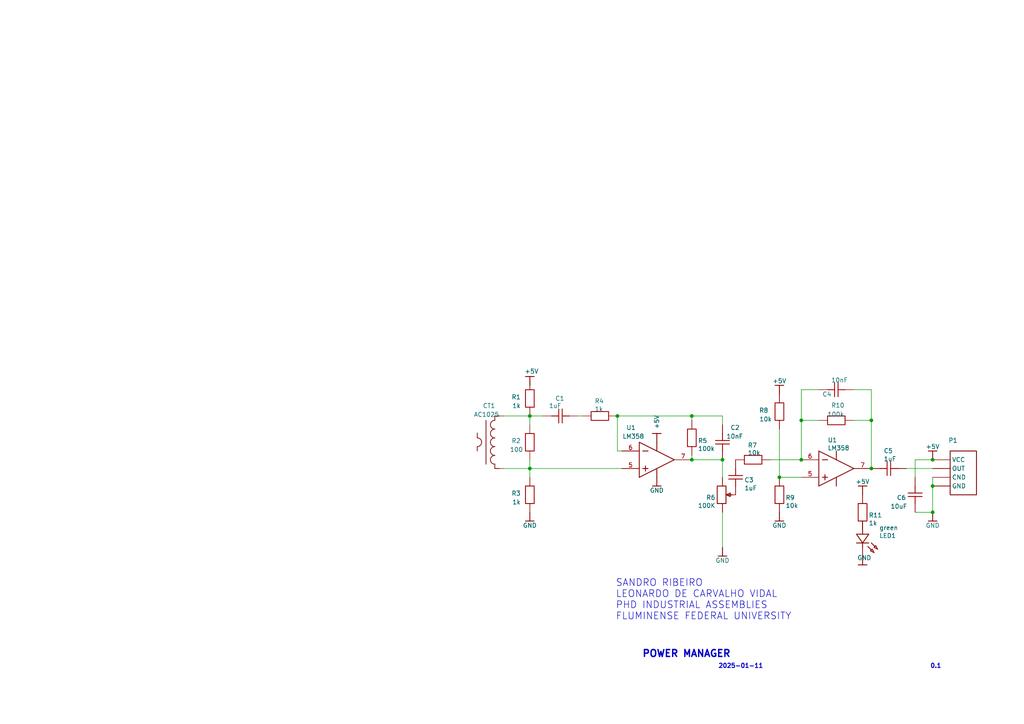
<source format=kicad_sch>
(kicad_sch
	(version 20231120)
	(generator "eeschema")
	(generator_version "8.0")
	(uuid "59e90139-8544-4f53-9f05-00e7cbbf64df")
	(paper "A4")
	(lib_symbols
		(symbol "AAC PROBE-altium-import:+5V_BAR"
			(power)
			(exclude_from_sim no)
			(in_bom yes)
			(on_board yes)
			(property "Reference" "#PWR"
				(at 0 0 0)
				(effects
					(font
						(size 1.27 1.27)
					)
				)
			)
			(property "Value" "+5V"
				(at 0 3.81 0)
				(effects
					(font
						(size 1.27 1.27)
					)
				)
			)
			(property "Footprint" ""
				(at 0 0 0)
				(effects
					(font
						(size 1.27 1.27)
					)
					(hide yes)
				)
			)
			(property "Datasheet" ""
				(at 0 0 0)
				(effects
					(font
						(size 1.27 1.27)
					)
					(hide yes)
				)
			)
			(property "Description" "O símbolo de energia cria um rótulo global com o nome '+5V'"
				(at 0 0 0)
				(effects
					(font
						(size 1.27 1.27)
					)
					(hide yes)
				)
			)
			(property "ki_keywords" "power-flag"
				(at 0 0 0)
				(effects
					(font
						(size 1.27 1.27)
					)
					(hide yes)
				)
			)
			(symbol "+5V_BAR_0_0"
				(polyline
					(pts
						(xy -1.27 -2.54) (xy 1.27 -2.54)
					)
					(stroke
						(width 0.254)
						(type solid)
					)
					(fill
						(type none)
					)
				)
				(polyline
					(pts
						(xy 0 0) (xy 0 -2.54)
					)
					(stroke
						(width 0.254)
						(type solid)
					)
					(fill
						(type none)
					)
				)
				(pin power_in line
					(at 0 0 0)
					(length 0) hide
					(name "+5V"
						(effects
							(font
								(size 1.27 1.27)
							)
						)
					)
					(number ""
						(effects
							(font
								(size 1.27 1.27)
							)
						)
					)
				)
			)
		)
		(symbol "AAC PROBE-altium-import:GND_BAR"
			(power)
			(exclude_from_sim no)
			(in_bom yes)
			(on_board yes)
			(property "Reference" "#PWR"
				(at 0 0 0)
				(effects
					(font
						(size 1.27 1.27)
					)
				)
			)
			(property "Value" "GND"
				(at 0 3.81 0)
				(effects
					(font
						(size 1.27 1.27)
					)
				)
			)
			(property "Footprint" ""
				(at 0 0 0)
				(effects
					(font
						(size 1.27 1.27)
					)
					(hide yes)
				)
			)
			(property "Datasheet" ""
				(at 0 0 0)
				(effects
					(font
						(size 1.27 1.27)
					)
					(hide yes)
				)
			)
			(property "Description" "O símbolo de energia cria um rótulo global com o nome 'GND'"
				(at 0 0 0)
				(effects
					(font
						(size 1.27 1.27)
					)
					(hide yes)
				)
			)
			(property "ki_keywords" "power-flag"
				(at 0 0 0)
				(effects
					(font
						(size 1.27 1.27)
					)
					(hide yes)
				)
			)
			(symbol "GND_BAR_0_0"
				(polyline
					(pts
						(xy -1.27 -2.54) (xy 1.27 -2.54)
					)
					(stroke
						(width 0.254)
						(type solid)
					)
					(fill
						(type none)
					)
				)
				(polyline
					(pts
						(xy 0 0) (xy 0 -2.54)
					)
					(stroke
						(width 0.254)
						(type solid)
					)
					(fill
						(type none)
					)
				)
				(pin power_in line
					(at 0 0 0)
					(length 0) hide
					(name "GND"
						(effects
							(font
								(size 1.27 1.27)
							)
						)
					)
					(number ""
						(effects
							(font
								(size 1.27 1.27)
							)
						)
					)
				)
			)
		)
		(symbol "AAC PROBE-altium-import:root_0_100K"
			(exclude_from_sim no)
			(in_bom yes)
			(on_board yes)
			(property "Reference" ""
				(at 0 0 0)
				(effects
					(font
						(size 1.27 1.27)
					)
				)
			)
			(property "Value" ""
				(at 0 0 0)
				(effects
					(font
						(size 1.27 1.27)
					)
				)
			)
			(property "Footprint" ""
				(at 0 0 0)
				(effects
					(font
						(size 1.27 1.27)
					)
					(hide yes)
				)
			)
			(property "Datasheet" ""
				(at 0 0 0)
				(effects
					(font
						(size 1.27 1.27)
					)
					(hide yes)
				)
			)
			(property "Description" ""
				(at 0 0 0)
				(effects
					(font
						(size 1.27 1.27)
					)
					(hide yes)
				)
			)
			(symbol "root_0_100K_1_0"
				(polyline
					(pts
						(xy 0.254 0) (xy 1.524 0)
					)
					(stroke
						(width 0.254)
						(type solid)
						(color 136 0 0 1)
					)
					(fill
						(type none)
					)
				)
				(polyline
					(pts
						(xy -0.254 0) (xy 1.016 -0.508) (xy 1.016 -0.508) (xy 1.016 0.508) (xy 1.016 0.508) (xy -0.254 0)
					)
					(stroke
						(width 0.254)
						(type solid)
						(color 136 0 0 1)
					)
					(fill
						(type none)
					)
				)
				(polyline
					(pts
						(xy -0.254 -2.54) (xy -0.254 2.54) (xy -0.254 2.54) (xy -2.794 2.54) (xy -2.794 2.54) (xy -2.794 -2.54)
						(xy -2.794 -2.54) (xy -0.254 -2.54)
					)
					(stroke
						(width 0.254)
						(type solid)
						(color 136 0 0 1)
					)
					(fill
						(type none)
					)
				)
				(pin passive line
					(at -1.27 5.08 270)
					(length 2.54)
					(name "1"
						(effects
							(font
								(size 0 0)
							)
						)
					)
					(number "1"
						(effects
							(font
								(size 0 0)
							)
						)
					)
				)
				(pin passive line
					(at 2.54 0 180)
					(length 2.54)
					(name "2"
						(effects
							(font
								(size 0 0)
							)
						)
					)
					(number "2"
						(effects
							(font
								(size 0 0)
							)
						)
					)
				)
				(pin passive line
					(at -1.27 -5.08 90)
					(length 2.54)
					(name "3"
						(effects
							(font
								(size 0 0)
							)
						)
					)
					(number "3"
						(effects
							(font
								(size 0 0)
							)
						)
					)
				)
			)
		)
		(symbol "AAC PROBE-altium-import:root_0_100k"
			(exclude_from_sim no)
			(in_bom yes)
			(on_board yes)
			(property "Reference" ""
				(at 0 0 0)
				(effects
					(font
						(size 1.27 1.27)
					)
				)
			)
			(property "Value" ""
				(at 0 0 0)
				(effects
					(font
						(size 1.27 1.27)
					)
				)
			)
			(property "Footprint" ""
				(at 0 0 0)
				(effects
					(font
						(size 1.27 1.27)
					)
					(hide yes)
				)
			)
			(property "Datasheet" ""
				(at 0 0 0)
				(effects
					(font
						(size 1.27 1.27)
					)
					(hide yes)
				)
			)
			(property "Description" ""
				(at 0 0 0)
				(effects
					(font
						(size 1.27 1.27)
					)
					(hide yes)
				)
			)
			(symbol "root_0_100k_1_0"
				(rectangle
					(start -2.54 1.27)
					(end 2.54 -1.27)
					(stroke
						(width 0.254)
						(type solid)
						(color 160 0 0 1)
					)
					(fill
						(type none)
					)
				)
				(pin passive line
					(at -5.08 0 0)
					(length 2.54)
					(name "1"
						(effects
							(font
								(size 0 0)
							)
						)
					)
					(number "1"
						(effects
							(font
								(size 0 0)
							)
						)
					)
				)
				(pin passive line
					(at 5.08 0 180)
					(length 2.54)
					(name "2"
						(effects
							(font
								(size 0 0)
							)
						)
					)
					(number "2"
						(effects
							(font
								(size 0 0)
							)
						)
					)
				)
			)
		)
		(symbol "AAC PROBE-altium-import:root_0_LM358"
			(exclude_from_sim no)
			(in_bom yes)
			(on_board yes)
			(property "Reference" ""
				(at 0 0 0)
				(effects
					(font
						(size 1.27 1.27)
					)
				)
			)
			(property "Value" ""
				(at 0 0 0)
				(effects
					(font
						(size 1.27 1.27)
					)
				)
			)
			(property "Footprint" ""
				(at 0 0 0)
				(effects
					(font
						(size 1.27 1.27)
					)
					(hide yes)
				)
			)
			(property "Datasheet" ""
				(at 0 0 0)
				(effects
					(font
						(size 1.27 1.27)
					)
					(hide yes)
				)
			)
			(property "Description" ""
				(at 0 0 0)
				(effects
					(font
						(size 1.27 1.27)
					)
					(hide yes)
				)
			)
			(symbol "root_0_LM358_1_0"
				(polyline
					(pts
						(xy -4.064 -2.54) (xy -2.54 -2.54)
					)
					(stroke
						(width 0.254)
						(type solid)
						(color 136 0 0 1)
					)
					(fill
						(type none)
					)
				)
				(polyline
					(pts
						(xy -4.064 2.54) (xy -2.54 2.54)
					)
					(stroke
						(width 0.254)
						(type solid)
						(color 136 0 0 1)
					)
					(fill
						(type none)
					)
				)
				(polyline
					(pts
						(xy -3.302 -1.778) (xy -3.302 -3.302)
					)
					(stroke
						(width 0.254)
						(type solid)
						(color 136 0 0 1)
					)
					(fill
						(type none)
					)
				)
				(polyline
					(pts
						(xy 0 -2.54) (xy 0 -5.08)
					)
					(stroke
						(width 0.254)
						(type solid)
						(color 136 0 0 1)
					)
					(fill
						(type none)
					)
				)
				(polyline
					(pts
						(xy 0 5.08) (xy 0 2.54)
					)
					(stroke
						(width 0.254)
						(type solid)
						(color 136 0 0 1)
					)
					(fill
						(type none)
					)
				)
				(polyline
					(pts
						(xy -5.08 -5.08) (xy 5.08 0) (xy 5.08 0) (xy -5.08 5.08) (xy -5.08 5.08) (xy -5.08 -5.08)
					)
					(stroke
						(width 0.254)
						(type solid)
						(color 136 0 0 1)
					)
					(fill
						(type none)
					)
				)
				(pin passive line
					(at -10.16 -2.54 0)
					(length 5.08)
					(name "IN2+"
						(effects
							(font
								(size 0 0)
							)
						)
					)
					(number "5"
						(effects
							(font
								(size 1.27 1.27)
							)
						)
					)
				)
				(pin passive line
					(at -10.16 2.54 0)
					(length 5.08)
					(name "IN2-"
						(effects
							(font
								(size 0 0)
							)
						)
					)
					(number "6"
						(effects
							(font
								(size 1.27 1.27)
							)
						)
					)
				)
				(pin passive line
					(at 10.16 0 180)
					(length 5.08)
					(name "OUT2"
						(effects
							(font
								(size 0 0)
							)
						)
					)
					(number "7"
						(effects
							(font
								(size 1.27 1.27)
							)
						)
					)
				)
			)
		)
		(symbol "AAC PROBE-altium-import:root_0_SIP4"
			(exclude_from_sim no)
			(in_bom yes)
			(on_board yes)
			(property "Reference" ""
				(at 0 0 0)
				(effects
					(font
						(size 1.27 1.27)
					)
				)
			)
			(property "Value" ""
				(at 0 0 0)
				(effects
					(font
						(size 1.27 1.27)
					)
				)
			)
			(property "Footprint" ""
				(at 0 0 0)
				(effects
					(font
						(size 1.27 1.27)
					)
					(hide yes)
				)
			)
			(property "Datasheet" ""
				(at 0 0 0)
				(effects
					(font
						(size 1.27 1.27)
					)
					(hide yes)
				)
			)
			(property "Description" ""
				(at 0 0 0)
				(effects
					(font
						(size 1.27 1.27)
					)
					(hide yes)
				)
			)
			(symbol "root_0_SIP4_1_0"
				(rectangle
					(start 0 7.62)
					(end 7.62 -5.08)
					(stroke
						(width 0.254)
						(type solid)
						(color 128 0 0 1)
					)
					(fill
						(type none)
					)
				)
				(pin passive line
					(at -5.08 5.08 0)
					(length 5.08)
					(name "VCC"
						(effects
							(font
								(size 1.27 1.27)
							)
						)
					)
					(number "1"
						(effects
							(font
								(size 0 0)
							)
						)
					)
				)
				(pin passive line
					(at -5.08 2.54 0)
					(length 5.08)
					(name "OUT"
						(effects
							(font
								(size 1.27 1.27)
							)
						)
					)
					(number "2"
						(effects
							(font
								(size 0 0)
							)
						)
					)
				)
				(pin passive line
					(at -5.08 0 0)
					(length 5.08)
					(name "CND"
						(effects
							(font
								(size 1.27 1.27)
							)
						)
					)
					(number "3"
						(effects
							(font
								(size 0 0)
							)
						)
					)
				)
				(pin passive line
					(at -5.08 -2.54 0)
					(length 5.08)
					(name "GND"
						(effects
							(font
								(size 1.27 1.27)
							)
						)
					)
					(number "4"
						(effects
							(font
								(size 0 0)
							)
						)
					)
				)
			)
		)
		(symbol "AAC PROBE-altium-import:root_1_100"
			(exclude_from_sim no)
			(in_bom yes)
			(on_board yes)
			(property "Reference" ""
				(at 0 0 0)
				(effects
					(font
						(size 1.27 1.27)
					)
				)
			)
			(property "Value" ""
				(at 0 0 0)
				(effects
					(font
						(size 1.27 1.27)
					)
				)
			)
			(property "Footprint" ""
				(at 0 0 0)
				(effects
					(font
						(size 1.27 1.27)
					)
					(hide yes)
				)
			)
			(property "Datasheet" ""
				(at 0 0 0)
				(effects
					(font
						(size 1.27 1.27)
					)
					(hide yes)
				)
			)
			(property "Description" ""
				(at 0 0 0)
				(effects
					(font
						(size 1.27 1.27)
					)
					(hide yes)
				)
			)
			(symbol "root_1_100_1_0"
				(rectangle
					(start -1.27 2.54)
					(end 1.27 -2.54)
					(stroke
						(width 0.254)
						(type solid)
						(color 160 0 0 1)
					)
					(fill
						(type none)
					)
				)
				(pin passive line
					(at 0 -5.08 90)
					(length 2.54)
					(name "1"
						(effects
							(font
								(size 0 0)
							)
						)
					)
					(number "1"
						(effects
							(font
								(size 0 0)
							)
						)
					)
				)
				(pin passive line
					(at 0 5.08 270)
					(length 2.54)
					(name "2"
						(effects
							(font
								(size 0 0)
							)
						)
					)
					(number "2"
						(effects
							(font
								(size 0 0)
							)
						)
					)
				)
			)
		)
		(symbol "AAC PROBE-altium-import:root_1_10uF"
			(exclude_from_sim no)
			(in_bom yes)
			(on_board yes)
			(property "Reference" ""
				(at 0 0 0)
				(effects
					(font
						(size 1.27 1.27)
					)
				)
			)
			(property "Value" ""
				(at 0 0 0)
				(effects
					(font
						(size 1.27 1.27)
					)
				)
			)
			(property "Footprint" ""
				(at 0 0 0)
				(effects
					(font
						(size 1.27 1.27)
					)
					(hide yes)
				)
			)
			(property "Datasheet" ""
				(at 0 0 0)
				(effects
					(font
						(size 1.27 1.27)
					)
					(hide yes)
				)
			)
			(property "Description" ""
				(at 0 0 0)
				(effects
					(font
						(size 1.27 1.27)
					)
					(hide yes)
				)
			)
			(symbol "root_1_10uF_1_0"
				(polyline
					(pts
						(xy -2.032 0.508) (xy 2.032 0.508)
					)
					(stroke
						(width 0.254)
						(type solid)
						(color 160 0 0 1)
					)
					(fill
						(type none)
					)
				)
				(polyline
					(pts
						(xy 0 -0.508) (xy 0 -2.54)
					)
					(stroke
						(width 0.254)
						(type solid)
						(color 160 0 0 1)
					)
					(fill
						(type none)
					)
				)
				(polyline
					(pts
						(xy 0 2.54) (xy 0 0.508)
					)
					(stroke
						(width 0.254)
						(type solid)
						(color 160 0 0 1)
					)
					(fill
						(type none)
					)
				)
				(polyline
					(pts
						(xy 2.032 -0.508) (xy -2.032 -0.508)
					)
					(stroke
						(width 0.254)
						(type solid)
						(color 160 0 0 1)
					)
					(fill
						(type none)
					)
				)
				(pin passive line
					(at 0 -5.08 90)
					(length 2.54)
					(name "1"
						(effects
							(font
								(size 0 0)
							)
						)
					)
					(number "1"
						(effects
							(font
								(size 0 0)
							)
						)
					)
				)
				(pin passive line
					(at 0 5.08 270)
					(length 2.54)
					(name "2"
						(effects
							(font
								(size 0 0)
							)
						)
					)
					(number "2"
						(effects
							(font
								(size 0 0)
							)
						)
					)
				)
			)
		)
		(symbol "AAC PROBE-altium-import:root_1_1k"
			(exclude_from_sim no)
			(in_bom yes)
			(on_board yes)
			(property "Reference" ""
				(at 0 0 0)
				(effects
					(font
						(size 1.27 1.27)
					)
				)
			)
			(property "Value" ""
				(at 0 0 0)
				(effects
					(font
						(size 1.27 1.27)
					)
				)
			)
			(property "Footprint" ""
				(at 0 0 0)
				(effects
					(font
						(size 1.27 1.27)
					)
					(hide yes)
				)
			)
			(property "Datasheet" ""
				(at 0 0 0)
				(effects
					(font
						(size 1.27 1.27)
					)
					(hide yes)
				)
			)
			(property "Description" ""
				(at 0 0 0)
				(effects
					(font
						(size 1.27 1.27)
					)
					(hide yes)
				)
			)
			(symbol "root_1_1k_1_0"
				(rectangle
					(start -1.27 2.54)
					(end 1.27 -2.54)
					(stroke
						(width 0.254)
						(type solid)
						(color 160 0 0 1)
					)
					(fill
						(type none)
					)
				)
				(pin passive line
					(at 0 -5.08 90)
					(length 2.54)
					(name "1"
						(effects
							(font
								(size 0 0)
							)
						)
					)
					(number "1"
						(effects
							(font
								(size 0 0)
							)
						)
					)
				)
				(pin passive line
					(at 0 5.08 270)
					(length 2.54)
					(name "2"
						(effects
							(font
								(size 0 0)
							)
						)
					)
					(number "2"
						(effects
							(font
								(size 0 0)
							)
						)
					)
				)
			)
		)
		(symbol "AAC PROBE-altium-import:root_2_10k"
			(exclude_from_sim no)
			(in_bom yes)
			(on_board yes)
			(property "Reference" ""
				(at 0 0 0)
				(effects
					(font
						(size 1.27 1.27)
					)
				)
			)
			(property "Value" ""
				(at 0 0 0)
				(effects
					(font
						(size 1.27 1.27)
					)
				)
			)
			(property "Footprint" ""
				(at 0 0 0)
				(effects
					(font
						(size 1.27 1.27)
					)
					(hide yes)
				)
			)
			(property "Datasheet" ""
				(at 0 0 0)
				(effects
					(font
						(size 1.27 1.27)
					)
					(hide yes)
				)
			)
			(property "Description" ""
				(at 0 0 0)
				(effects
					(font
						(size 1.27 1.27)
					)
					(hide yes)
				)
			)
			(symbol "root_2_10k_1_0"
				(rectangle
					(start -2.54 1.27)
					(end 2.54 -1.27)
					(stroke
						(width 0.254)
						(type solid)
						(color 160 0 0 1)
					)
					(fill
						(type none)
					)
				)
				(pin passive line
					(at 5.08 0 180)
					(length 2.54)
					(name "1"
						(effects
							(font
								(size 0 0)
							)
						)
					)
					(number "1"
						(effects
							(font
								(size 0 0)
							)
						)
					)
				)
				(pin passive line
					(at -5.08 0 0)
					(length 2.54)
					(name "2"
						(effects
							(font
								(size 0 0)
							)
						)
					)
					(number "2"
						(effects
							(font
								(size 0 0)
							)
						)
					)
				)
			)
		)
		(symbol "AAC PROBE-altium-import:root_2_10nF"
			(exclude_from_sim no)
			(in_bom yes)
			(on_board yes)
			(property "Reference" ""
				(at 0 0 0)
				(effects
					(font
						(size 1.27 1.27)
					)
				)
			)
			(property "Value" ""
				(at 0 0 0)
				(effects
					(font
						(size 1.27 1.27)
					)
				)
			)
			(property "Footprint" ""
				(at 0 0 0)
				(effects
					(font
						(size 1.27 1.27)
					)
					(hide yes)
				)
			)
			(property "Datasheet" ""
				(at 0 0 0)
				(effects
					(font
						(size 1.27 1.27)
					)
					(hide yes)
				)
			)
			(property "Description" ""
				(at 0 0 0)
				(effects
					(font
						(size 1.27 1.27)
					)
					(hide yes)
				)
			)
			(symbol "root_2_10nF_1_0"
				(polyline
					(pts
						(xy -2.54 0) (xy -0.508 0)
					)
					(stroke
						(width 0.254)
						(type solid)
						(color 160 0 0 1)
					)
					(fill
						(type none)
					)
				)
				(polyline
					(pts
						(xy -0.508 -2.032) (xy -0.508 2.032)
					)
					(stroke
						(width 0.254)
						(type solid)
						(color 160 0 0 1)
					)
					(fill
						(type none)
					)
				)
				(polyline
					(pts
						(xy 0.508 0) (xy 2.54 0)
					)
					(stroke
						(width 0.254)
						(type solid)
						(color 160 0 0 1)
					)
					(fill
						(type none)
					)
				)
				(polyline
					(pts
						(xy 0.508 2.032) (xy 0.508 -2.032)
					)
					(stroke
						(width 0.254)
						(type solid)
						(color 160 0 0 1)
					)
					(fill
						(type none)
					)
				)
				(pin passive line
					(at 5.08 0 180)
					(length 2.54)
					(name "1"
						(effects
							(font
								(size 0 0)
							)
						)
					)
					(number "1"
						(effects
							(font
								(size 0 0)
							)
						)
					)
				)
				(pin passive line
					(at -5.08 0 0)
					(length 2.54)
					(name "2"
						(effects
							(font
								(size 0 0)
							)
						)
					)
					(number "2"
						(effects
							(font
								(size 0 0)
							)
						)
					)
				)
			)
		)
		(symbol "AAC PROBE-altium-import:root_2_1k"
			(exclude_from_sim no)
			(in_bom yes)
			(on_board yes)
			(property "Reference" ""
				(at 0 0 0)
				(effects
					(font
						(size 1.27 1.27)
					)
				)
			)
			(property "Value" ""
				(at 0 0 0)
				(effects
					(font
						(size 1.27 1.27)
					)
				)
			)
			(property "Footprint" ""
				(at 0 0 0)
				(effects
					(font
						(size 1.27 1.27)
					)
					(hide yes)
				)
			)
			(property "Datasheet" ""
				(at 0 0 0)
				(effects
					(font
						(size 1.27 1.27)
					)
					(hide yes)
				)
			)
			(property "Description" ""
				(at 0 0 0)
				(effects
					(font
						(size 1.27 1.27)
					)
					(hide yes)
				)
			)
			(symbol "root_2_1k_1_0"
				(rectangle
					(start -2.54 1.27)
					(end 2.54 -1.27)
					(stroke
						(width 0.254)
						(type solid)
						(color 160 0 0 1)
					)
					(fill
						(type none)
					)
				)
				(pin passive line
					(at 5.08 0 180)
					(length 2.54)
					(name "1"
						(effects
							(font
								(size 0 0)
							)
						)
					)
					(number "1"
						(effects
							(font
								(size 0 0)
							)
						)
					)
				)
				(pin passive line
					(at -5.08 0 0)
					(length 2.54)
					(name "2"
						(effects
							(font
								(size 0 0)
							)
						)
					)
					(number "2"
						(effects
							(font
								(size 0 0)
							)
						)
					)
				)
			)
		)
		(symbol "AAC PROBE-altium-import:root_2_1uF"
			(exclude_from_sim no)
			(in_bom yes)
			(on_board yes)
			(property "Reference" ""
				(at 0 0 0)
				(effects
					(font
						(size 1.27 1.27)
					)
				)
			)
			(property "Value" ""
				(at 0 0 0)
				(effects
					(font
						(size 1.27 1.27)
					)
				)
			)
			(property "Footprint" ""
				(at 0 0 0)
				(effects
					(font
						(size 1.27 1.27)
					)
					(hide yes)
				)
			)
			(property "Datasheet" ""
				(at 0 0 0)
				(effects
					(font
						(size 1.27 1.27)
					)
					(hide yes)
				)
			)
			(property "Description" ""
				(at 0 0 0)
				(effects
					(font
						(size 1.27 1.27)
					)
					(hide yes)
				)
			)
			(symbol "root_2_1uF_1_0"
				(polyline
					(pts
						(xy -2.54 0) (xy -0.508 0)
					)
					(stroke
						(width 0.254)
						(type solid)
						(color 160 0 0 1)
					)
					(fill
						(type none)
					)
				)
				(polyline
					(pts
						(xy -0.508 -2.032) (xy -0.508 2.032)
					)
					(stroke
						(width 0.254)
						(type solid)
						(color 160 0 0 1)
					)
					(fill
						(type none)
					)
				)
				(polyline
					(pts
						(xy 0.508 0) (xy 2.54 0)
					)
					(stroke
						(width 0.254)
						(type solid)
						(color 160 0 0 1)
					)
					(fill
						(type none)
					)
				)
				(polyline
					(pts
						(xy 0.508 2.032) (xy 0.508 -2.032)
					)
					(stroke
						(width 0.254)
						(type solid)
						(color 160 0 0 1)
					)
					(fill
						(type none)
					)
				)
				(pin passive line
					(at 5.08 0 180)
					(length 2.54)
					(name "1"
						(effects
							(font
								(size 0 0)
							)
						)
					)
					(number "1"
						(effects
							(font
								(size 0 0)
							)
						)
					)
				)
				(pin passive line
					(at -5.08 0 0)
					(length 2.54)
					(name "2"
						(effects
							(font
								(size 0 0)
							)
						)
					)
					(number "2"
						(effects
							(font
								(size 0 0)
							)
						)
					)
				)
			)
		)
		(symbol "AAC PROBE-altium-import:root_3_100k"
			(exclude_from_sim no)
			(in_bom yes)
			(on_board yes)
			(property "Reference" ""
				(at 0 0 0)
				(effects
					(font
						(size 1.27 1.27)
					)
				)
			)
			(property "Value" ""
				(at 0 0 0)
				(effects
					(font
						(size 1.27 1.27)
					)
				)
			)
			(property "Footprint" ""
				(at 0 0 0)
				(effects
					(font
						(size 1.27 1.27)
					)
					(hide yes)
				)
			)
			(property "Datasheet" ""
				(at 0 0 0)
				(effects
					(font
						(size 1.27 1.27)
					)
					(hide yes)
				)
			)
			(property "Description" ""
				(at 0 0 0)
				(effects
					(font
						(size 1.27 1.27)
					)
					(hide yes)
				)
			)
			(symbol "root_3_100k_1_0"
				(rectangle
					(start -1.27 2.54)
					(end 1.27 -2.54)
					(stroke
						(width 0.254)
						(type solid)
						(color 160 0 0 1)
					)
					(fill
						(type none)
					)
				)
				(pin passive line
					(at 0 5.08 270)
					(length 2.54)
					(name "1"
						(effects
							(font
								(size 0 0)
							)
						)
					)
					(number "1"
						(effects
							(font
								(size 0 0)
							)
						)
					)
				)
				(pin passive line
					(at 0 -5.08 90)
					(length 2.54)
					(name "2"
						(effects
							(font
								(size 0 0)
							)
						)
					)
					(number "2"
						(effects
							(font
								(size 0 0)
							)
						)
					)
				)
			)
		)
		(symbol "AAC PROBE-altium-import:root_3_10k"
			(exclude_from_sim no)
			(in_bom yes)
			(on_board yes)
			(property "Reference" ""
				(at 0 0 0)
				(effects
					(font
						(size 1.27 1.27)
					)
				)
			)
			(property "Value" ""
				(at 0 0 0)
				(effects
					(font
						(size 1.27 1.27)
					)
				)
			)
			(property "Footprint" ""
				(at 0 0 0)
				(effects
					(font
						(size 1.27 1.27)
					)
					(hide yes)
				)
			)
			(property "Datasheet" ""
				(at 0 0 0)
				(effects
					(font
						(size 1.27 1.27)
					)
					(hide yes)
				)
			)
			(property "Description" ""
				(at 0 0 0)
				(effects
					(font
						(size 1.27 1.27)
					)
					(hide yes)
				)
			)
			(symbol "root_3_10k_1_0"
				(rectangle
					(start -1.27 2.54)
					(end 1.27 -2.54)
					(stroke
						(width 0.254)
						(type solid)
						(color 160 0 0 1)
					)
					(fill
						(type none)
					)
				)
				(pin passive line
					(at 0 5.08 270)
					(length 2.54)
					(name "1"
						(effects
							(font
								(size 0 0)
							)
						)
					)
					(number "1"
						(effects
							(font
								(size 0 0)
							)
						)
					)
				)
				(pin passive line
					(at 0 -5.08 90)
					(length 2.54)
					(name "2"
						(effects
							(font
								(size 0 0)
							)
						)
					)
					(number "2"
						(effects
							(font
								(size 0 0)
							)
						)
					)
				)
			)
		)
		(symbol "AAC PROBE-altium-import:root_3_10nF"
			(exclude_from_sim no)
			(in_bom yes)
			(on_board yes)
			(property "Reference" ""
				(at 0 0 0)
				(effects
					(font
						(size 1.27 1.27)
					)
				)
			)
			(property "Value" ""
				(at 0 0 0)
				(effects
					(font
						(size 1.27 1.27)
					)
				)
			)
			(property "Footprint" ""
				(at 0 0 0)
				(effects
					(font
						(size 1.27 1.27)
					)
					(hide yes)
				)
			)
			(property "Datasheet" ""
				(at 0 0 0)
				(effects
					(font
						(size 1.27 1.27)
					)
					(hide yes)
				)
			)
			(property "Description" ""
				(at 0 0 0)
				(effects
					(font
						(size 1.27 1.27)
					)
					(hide yes)
				)
			)
			(symbol "root_3_10nF_1_0"
				(polyline
					(pts
						(xy -2.032 0.508) (xy 2.032 0.508)
					)
					(stroke
						(width 0.254)
						(type solid)
						(color 160 0 0 1)
					)
					(fill
						(type none)
					)
				)
				(polyline
					(pts
						(xy 0 -2.54) (xy 0 -0.508)
					)
					(stroke
						(width 0.254)
						(type solid)
						(color 160 0 0 1)
					)
					(fill
						(type none)
					)
				)
				(polyline
					(pts
						(xy 0 0.508) (xy 0 2.54)
					)
					(stroke
						(width 0.254)
						(type solid)
						(color 160 0 0 1)
					)
					(fill
						(type none)
					)
				)
				(polyline
					(pts
						(xy 2.032 -0.508) (xy -2.032 -0.508)
					)
					(stroke
						(width 0.254)
						(type solid)
						(color 160 0 0 1)
					)
					(fill
						(type none)
					)
				)
				(pin passive line
					(at 0 5.08 270)
					(length 2.54)
					(name "1"
						(effects
							(font
								(size 0 0)
							)
						)
					)
					(number "1"
						(effects
							(font
								(size 0 0)
							)
						)
					)
				)
				(pin passive line
					(at 0 -5.08 90)
					(length 2.54)
					(name "2"
						(effects
							(font
								(size 0 0)
							)
						)
					)
					(number "2"
						(effects
							(font
								(size 0 0)
							)
						)
					)
				)
			)
		)
		(symbol "AAC PROBE-altium-import:root_3_1k"
			(exclude_from_sim no)
			(in_bom yes)
			(on_board yes)
			(property "Reference" ""
				(at 0 0 0)
				(effects
					(font
						(size 1.27 1.27)
					)
				)
			)
			(property "Value" ""
				(at 0 0 0)
				(effects
					(font
						(size 1.27 1.27)
					)
				)
			)
			(property "Footprint" ""
				(at 0 0 0)
				(effects
					(font
						(size 1.27 1.27)
					)
					(hide yes)
				)
			)
			(property "Datasheet" ""
				(at 0 0 0)
				(effects
					(font
						(size 1.27 1.27)
					)
					(hide yes)
				)
			)
			(property "Description" ""
				(at 0 0 0)
				(effects
					(font
						(size 1.27 1.27)
					)
					(hide yes)
				)
			)
			(symbol "root_3_1k_1_0"
				(rectangle
					(start -1.27 2.54)
					(end 1.27 -2.54)
					(stroke
						(width 0.254)
						(type solid)
						(color 160 0 0 1)
					)
					(fill
						(type none)
					)
				)
				(pin passive line
					(at 0 5.08 270)
					(length 2.54)
					(name "1"
						(effects
							(font
								(size 0 0)
							)
						)
					)
					(number "1"
						(effects
							(font
								(size 0 0)
							)
						)
					)
				)
				(pin passive line
					(at 0 -5.08 90)
					(length 2.54)
					(name "2"
						(effects
							(font
								(size 0 0)
							)
						)
					)
					(number "2"
						(effects
							(font
								(size 0 0)
							)
						)
					)
				)
			)
		)
		(symbol "AAC PROBE-altium-import:root_3_1uF"
			(exclude_from_sim no)
			(in_bom yes)
			(on_board yes)
			(property "Reference" ""
				(at 0 0 0)
				(effects
					(font
						(size 1.27 1.27)
					)
				)
			)
			(property "Value" ""
				(at 0 0 0)
				(effects
					(font
						(size 1.27 1.27)
					)
				)
			)
			(property "Footprint" ""
				(at 0 0 0)
				(effects
					(font
						(size 1.27 1.27)
					)
					(hide yes)
				)
			)
			(property "Datasheet" ""
				(at 0 0 0)
				(effects
					(font
						(size 1.27 1.27)
					)
					(hide yes)
				)
			)
			(property "Description" ""
				(at 0 0 0)
				(effects
					(font
						(size 1.27 1.27)
					)
					(hide yes)
				)
			)
			(symbol "root_3_1uF_1_0"
				(polyline
					(pts
						(xy -2.032 0.508) (xy 2.032 0.508)
					)
					(stroke
						(width 0.254)
						(type solid)
						(color 160 0 0 1)
					)
					(fill
						(type none)
					)
				)
				(polyline
					(pts
						(xy 0 -2.54) (xy 0 -0.508)
					)
					(stroke
						(width 0.254)
						(type solid)
						(color 160 0 0 1)
					)
					(fill
						(type none)
					)
				)
				(polyline
					(pts
						(xy 0 0.508) (xy 0 2.54)
					)
					(stroke
						(width 0.254)
						(type solid)
						(color 160 0 0 1)
					)
					(fill
						(type none)
					)
				)
				(polyline
					(pts
						(xy 2.032 -0.508) (xy -2.032 -0.508)
					)
					(stroke
						(width 0.254)
						(type solid)
						(color 160 0 0 1)
					)
					(fill
						(type none)
					)
				)
				(pin passive line
					(at 0 5.08 270)
					(length 2.54)
					(name "1"
						(effects
							(font
								(size 0 0)
							)
						)
					)
					(number "1"
						(effects
							(font
								(size 0 0)
							)
						)
					)
				)
				(pin passive line
					(at 0 -5.08 90)
					(length 2.54)
					(name "2"
						(effects
							(font
								(size 0 0)
							)
						)
					)
					(number "2"
						(effects
							(font
								(size 0 0)
							)
						)
					)
				)
			)
		)
		(symbol "AAC PROBE-altium-import:root_3_ZMCT103C"
			(exclude_from_sim no)
			(in_bom yes)
			(on_board yes)
			(property "Reference" ""
				(at 0 0 0)
				(effects
					(font
						(size 1.27 1.27)
					)
				)
			)
			(property "Value" ""
				(at 0 0 0)
				(effects
					(font
						(size 1.27 1.27)
					)
				)
			)
			(property "Footprint" ""
				(at 0 0 0)
				(effects
					(font
						(size 1.27 1.27)
					)
					(hide yes)
				)
			)
			(property "Datasheet" ""
				(at 0 0 0)
				(effects
					(font
						(size 1.27 1.27)
					)
					(hide yes)
				)
			)
			(property "Description" ""
				(at 0 0 0)
				(effects
					(font
						(size 1.27 1.27)
					)
					(hide yes)
				)
			)
			(symbol "root_3_ZMCT103C_1_0"
				(arc
					(start 0 -1.27)
					(mid 1.27 0)
					(end 0 1.27)
					(stroke
						(width 0.254)
						(type solid)
						(color 141 35 35 1)
					)
					(fill
						(type none)
					)
				)
				(polyline
					(pts
						(xy 0 -2.54) (xy 0 -1.27)
					)
					(stroke
						(width 0.254)
						(type solid)
						(color 141 35 35 1)
					)
					(fill
						(type none)
					)
				)
				(polyline
					(pts
						(xy 0 1.397) (xy 0 2.667)
					)
					(stroke
						(width 0.254)
						(type solid)
						(color 141 35 35 1)
					)
					(fill
						(type none)
					)
				)
				(polyline
					(pts
						(xy 2.54 -6.35) (xy 2.54 6.35)
					)
					(stroke
						(width 0.254)
						(type solid)
						(color 141 35 35 1)
					)
					(fill
						(type none)
					)
				)
				(polyline
					(pts
						(xy 5.08 -7.62) (xy 6.35 -7.62)
					)
					(stroke
						(width 0.254)
						(type solid)
						(color 141 35 35 1)
					)
					(fill
						(type none)
					)
				)
				(polyline
					(pts
						(xy 5.08 -6.35) (xy 5.08 -7.62)
					)
					(stroke
						(width 0.254)
						(type solid)
						(color 141 35 35 1)
					)
					(fill
						(type none)
					)
				)
				(polyline
					(pts
						(xy 5.08 6.35) (xy 5.08 7.62)
					)
					(stroke
						(width 0.254)
						(type solid)
						(color 141 35 35 1)
					)
					(fill
						(type none)
					)
				)
				(polyline
					(pts
						(xy 5.08 7.62) (xy 6.35 7.62)
					)
					(stroke
						(width 0.254)
						(type solid)
						(color 141 35 35 1)
					)
					(fill
						(type none)
					)
				)
				(arc
					(start 5.08 -3.81)
					(mid 3.81 -5.08)
					(end 5.08 -6.35)
					(stroke
						(width 0.254)
						(type solid)
						(color 141 35 35 1)
					)
					(fill
						(type none)
					)
				)
				(arc
					(start 5.08 -1.27)
					(mid 3.81 -2.54)
					(end 5.08 -3.81)
					(stroke
						(width 0.254)
						(type solid)
						(color 141 35 35 1)
					)
					(fill
						(type none)
					)
				)
				(arc
					(start 5.08 1.27)
					(mid 3.81 0)
					(end 5.08 -1.27)
					(stroke
						(width 0.254)
						(type solid)
						(color 141 35 35 1)
					)
					(fill
						(type none)
					)
				)
				(arc
					(start 5.08 3.81)
					(mid 3.81 2.54)
					(end 5.08 1.27)
					(stroke
						(width 0.254)
						(type solid)
						(color 141 35 35 1)
					)
					(fill
						(type none)
					)
				)
				(arc
					(start 5.08 6.35)
					(mid 3.81 5.08)
					(end 5.08 3.81)
					(stroke
						(width 0.254)
						(type solid)
						(color 141 35 35 1)
					)
					(fill
						(type none)
					)
				)
				(pin passive line
					(at 7.62 7.62 180)
					(length 1.27)
					(name "3"
						(effects
							(font
								(size 0 0)
							)
						)
					)
					(number "3"
						(effects
							(font
								(size 0 0)
							)
						)
					)
				)
				(pin passive line
					(at 7.62 -7.62 180)
					(length 1.27)
					(name "4"
						(effects
							(font
								(size 0 0)
							)
						)
					)
					(number "4"
						(effects
							(font
								(size 0 0)
							)
						)
					)
				)
			)
		)
		(symbol "AAC PROBE-altium-import:root_3_green"
			(exclude_from_sim no)
			(in_bom yes)
			(on_board yes)
			(property "Reference" ""
				(at 0 0 0)
				(effects
					(font
						(size 1.27 1.27)
					)
				)
			)
			(property "Value" ""
				(at 0 0 0)
				(effects
					(font
						(size 1.27 1.27)
					)
				)
			)
			(property "Footprint" ""
				(at 0 0 0)
				(effects
					(font
						(size 1.27 1.27)
					)
					(hide yes)
				)
			)
			(property "Datasheet" ""
				(at 0 0 0)
				(effects
					(font
						(size 1.27 1.27)
					)
					(hide yes)
				)
			)
			(property "Description" ""
				(at 0 0 0)
				(effects
					(font
						(size 1.27 1.27)
					)
					(hide yes)
				)
			)
			(symbol "root_3_green_1_0"
				(polyline
					(pts
						(xy 0 -2.54) (xy 0 -1.27)
					)
					(stroke
						(width 0.254)
						(type solid)
						(color 136 0 0 1)
					)
					(fill
						(type none)
					)
				)
				(polyline
					(pts
						(xy 0 1.27) (xy 0 2.54)
					)
					(stroke
						(width 0.254)
						(type solid)
						(color 136 0 0 1)
					)
					(fill
						(type none)
					)
				)
				(polyline
					(pts
						(xy 1.524 2.286) (xy 2.54 3.302)
					)
					(stroke
						(width 0.254)
						(type solid)
						(color 136 0 0 1)
					)
					(fill
						(type none)
					)
				)
				(polyline
					(pts
						(xy 1.778 1.27) (xy -1.778 1.27)
					)
					(stroke
						(width 0.254)
						(type solid)
						(color 136 0 0 1)
					)
					(fill
						(type none)
					)
				)
				(polyline
					(pts
						(xy 2.54 1.27) (xy 3.556 2.286)
					)
					(stroke
						(width 0.254)
						(type solid)
						(color 136 0 0 1)
					)
					(fill
						(type none)
					)
				)
				(polyline
					(pts
						(xy 1.778 -1.27) (xy 0 1.27) (xy 0 1.27) (xy -1.778 -1.27) (xy -1.778 -1.27) (xy 1.778 -1.27)
					)
					(stroke
						(width 0.254)
						(type solid)
						(color 136 0 0 1)
					)
					(fill
						(type none)
					)
				)
				(polyline
					(pts
						(xy 3.302 4.064) (xy 2.794 3.048) (xy 2.794 3.048) (xy 2.286 3.556) (xy 2.286 3.556) (xy 3.302 4.064)
					)
					(stroke
						(width 0.254)
						(type solid)
						(color 136 0 0 1)
					)
					(fill
						(type none)
					)
				)
				(polyline
					(pts
						(xy 4.318 3.048) (xy 3.81 2.032) (xy 3.81 2.032) (xy 3.302 2.54) (xy 3.302 2.54) (xy 4.318 3.048)
					)
					(stroke
						(width 0.254)
						(type solid)
						(color 136 0 0 1)
					)
					(fill
						(type none)
					)
				)
				(pin passive line
					(at 0 5.08 270)
					(length 2.54)
					(name "K"
						(effects
							(font
								(size 0 0)
							)
						)
					)
					(number "1"
						(effects
							(font
								(size 0 0)
							)
						)
					)
				)
				(pin passive line
					(at 0 -5.08 90)
					(length 2.54)
					(name "A"
						(effects
							(font
								(size 0 0)
							)
						)
					)
					(number "2"
						(effects
							(font
								(size 0 0)
							)
						)
					)
				)
			)
		)
	)
	(junction
		(at 270.51 148.59)
		(diameter 0)
		(color 0 0 0 0)
		(uuid "059213d7-91cc-4b39-88d2-c672c9ac29df")
	)
	(junction
		(at 252.73 121.92)
		(diameter 0)
		(color 0 0 0 0)
		(uuid "29ef8a11-7da8-4e40-8a4c-bf40d1fd5edd")
	)
	(junction
		(at 153.67 135.89)
		(diameter 0)
		(color 0 0 0 0)
		(uuid "3c2f508a-2308-4531-b8d7-d5f93f295cac")
	)
	(junction
		(at 200.66 120.65)
		(diameter 0)
		(color 0 0 0 0)
		(uuid "42d84d3e-f024-40bb-bb6c-808be53b804e")
	)
	(junction
		(at 179.07 120.65)
		(diameter 0)
		(color 0 0 0 0)
		(uuid "44306812-dfea-420a-a6b0-144b6705c330")
	)
	(junction
		(at 270.51 140.97)
		(diameter 0)
		(color 0 0 0 0)
		(uuid "4e58a53c-5a4b-4b0f-87fd-02aa69e2782d")
	)
	(junction
		(at 252.73 135.89)
		(diameter 0)
		(color 0 0 0 0)
		(uuid "590bad57-eb65-4904-80b8-aa0fc0d53991")
	)
	(junction
		(at 232.41 133.35)
		(diameter 0)
		(color 0 0 0 0)
		(uuid "5955f9d0-aa85-4d6d-bd20-31b1cb558b3b")
	)
	(junction
		(at 153.67 120.65)
		(diameter 0)
		(color 0 0 0 0)
		(uuid "5cfb1fb7-fbe8-4658-b94d-023e2eda68e8")
	)
	(junction
		(at 226.06 138.43)
		(diameter 0)
		(color 0 0 0 0)
		(uuid "9270af89-dd3f-43a6-bbe8-9639b07c1272")
	)
	(junction
		(at 270.51 133.35)
		(diameter 0)
		(color 0 0 0 0)
		(uuid "97257d88-0bc4-48c1-a4cc-738e7ab1126b")
	)
	(junction
		(at 232.41 121.92)
		(diameter 0)
		(color 0 0 0 0)
		(uuid "db7e425d-f971-4745-8545-8925b6c8d32b")
	)
	(junction
		(at 200.66 133.35)
		(diameter 0)
		(color 0 0 0 0)
		(uuid "e24fc349-ac64-414b-aadc-ad6e2c88eb74")
	)
	(junction
		(at 209.55 133.35)
		(diameter 0)
		(color 0 0 0 0)
		(uuid "ef4a02d0-5c6b-45b6-b162-a194a63e7977")
	)
	(wire
		(pts
			(xy 265.43 148.59) (xy 270.51 148.59)
		)
		(stroke
			(width 0)
			(type default)
		)
		(uuid "06468eb5-ef67-4724-b9e2-3184d239de20")
	)
	(wire
		(pts
			(xy 153.67 111.76) (xy 153.67 110.49)
		)
		(stroke
			(width 0)
			(type default)
		)
		(uuid "0a2a2639-fd6f-48dc-a4c4-3dd1bb9eda29")
	)
	(wire
		(pts
			(xy 179.07 120.65) (xy 200.66 120.65)
		)
		(stroke
			(width 0)
			(type default)
		)
		(uuid "14608e3f-34f7-4dcf-8e90-6d206e5512f0")
	)
	(wire
		(pts
			(xy 167.64 120.65) (xy 168.91 120.65)
		)
		(stroke
			(width 0)
			(type default)
		)
		(uuid "1781b060-b40a-4c84-9129-56ef26e82ca1")
	)
	(wire
		(pts
			(xy 265.43 138.43) (xy 265.43 133.35)
		)
		(stroke
			(width 0)
			(type default)
		)
		(uuid "207a7ffd-6e4d-4e65-9380-8122506f66ce")
	)
	(wire
		(pts
			(xy 262.89 135.89) (xy 270.51 135.89)
		)
		(stroke
			(width 0)
			(type default)
		)
		(uuid "22cbde9f-4f89-4532-97af-40a8f3ec08d0")
	)
	(wire
		(pts
			(xy 200.66 133.35) (xy 200.66 132.08)
		)
		(stroke
			(width 0)
			(type default)
		)
		(uuid "2454c414-2d9d-45cd-bf24-952ba5bb7f53")
	)
	(wire
		(pts
			(xy 153.67 120.65) (xy 153.67 123.19)
		)
		(stroke
			(width 0)
			(type default)
		)
		(uuid "34fc7f34-2de0-49ee-b823-7bdf2f5c3b6c")
	)
	(wire
		(pts
			(xy 179.07 130.81) (xy 180.34 130.81)
		)
		(stroke
			(width 0)
			(type default)
		)
		(uuid "4e2565df-1d17-4432-a72e-c663255b5389")
	)
	(wire
		(pts
			(xy 270.51 148.59) (xy 270.51 140.97)
		)
		(stroke
			(width 0)
			(type default)
		)
		(uuid "55b293a3-bf58-48a6-b655-8cb47817a585")
	)
	(wire
		(pts
			(xy 232.41 113.03) (xy 237.49 113.03)
		)
		(stroke
			(width 0)
			(type default)
		)
		(uuid "5909aacd-bbdd-4891-9050-57797092a32a")
	)
	(wire
		(pts
			(xy 265.43 133.35) (xy 270.51 133.35)
		)
		(stroke
			(width 0)
			(type default)
		)
		(uuid "5a855a1e-fb87-4ef9-ac79-c8b0fc591a09")
	)
	(wire
		(pts
			(xy 247.65 113.03) (xy 252.73 113.03)
		)
		(stroke
			(width 0)
			(type default)
		)
		(uuid "66669076-fae3-4949-a534-6170962ed5ef")
	)
	(wire
		(pts
			(xy 209.55 133.35) (xy 200.66 133.35)
		)
		(stroke
			(width 0)
			(type default)
		)
		(uuid "682d9a8e-5049-4a8c-8458-6c2307e21a2e")
	)
	(wire
		(pts
			(xy 153.67 133.35) (xy 153.67 135.89)
		)
		(stroke
			(width 0)
			(type default)
		)
		(uuid "74636386-6c0d-468c-bc1b-a2416eeab8f3")
	)
	(wire
		(pts
			(xy 252.73 121.92) (xy 252.73 135.89)
		)
		(stroke
			(width 0)
			(type default)
		)
		(uuid "747a6b78-5379-4038-9668-6f0d6ec346b3")
	)
	(wire
		(pts
			(xy 157.48 120.65) (xy 153.67 120.65)
		)
		(stroke
			(width 0)
			(type default)
		)
		(uuid "79761e68-4947-45b9-8823-f33fd8ad3100")
	)
	(wire
		(pts
			(xy 252.73 113.03) (xy 252.73 121.92)
		)
		(stroke
			(width 0)
			(type default)
		)
		(uuid "7bce7541-405a-4255-8adc-a87e724bedb4")
	)
	(wire
		(pts
			(xy 232.41 133.35) (xy 232.41 121.92)
		)
		(stroke
			(width 0)
			(type default)
		)
		(uuid "7f78a684-1162-46fb-a16d-2459f0b4bf0f")
	)
	(wire
		(pts
			(xy 209.55 120.65) (xy 209.55 123.19)
		)
		(stroke
			(width 0)
			(type default)
		)
		(uuid "820e79e4-d942-4a5b-bbde-138635af916f")
	)
	(wire
		(pts
			(xy 250.19 151.13) (xy 250.19 153.67)
		)
		(stroke
			(width 0)
			(type default)
		)
		(uuid "874577a1-eb9d-48c3-bcc4-6cdb2d971fda")
	)
	(wire
		(pts
			(xy 180.34 135.89) (xy 153.67 135.89)
		)
		(stroke
			(width 0)
			(type default)
		)
		(uuid "8d618dc2-6d2c-439a-b66b-fdf285e59df1")
	)
	(wire
		(pts
			(xy 223.52 133.35) (xy 232.41 133.35)
		)
		(stroke
			(width 0)
			(type default)
		)
		(uuid "9d19b766-e922-4985-803d-a0aa3f2232bf")
	)
	(wire
		(pts
			(xy 232.41 121.92) (xy 232.41 113.03)
		)
		(stroke
			(width 0)
			(type default)
		)
		(uuid "a9e46053-9412-4dde-8c55-b1c8d265c56d")
	)
	(wire
		(pts
			(xy 146.05 120.65) (xy 153.67 120.65)
		)
		(stroke
			(width 0)
			(type default)
		)
		(uuid "b9eb12da-190d-4fac-86dc-d710dbbcb70a")
	)
	(wire
		(pts
			(xy 270.51 138.43) (xy 270.51 140.97)
		)
		(stroke
			(width 0)
			(type default)
		)
		(uuid "bb30d914-259a-4ca4-9ed2-77707e9e0659")
	)
	(wire
		(pts
			(xy 232.41 138.43) (xy 226.06 138.43)
		)
		(stroke
			(width 0)
			(type default)
		)
		(uuid "bc052a76-5d87-44bb-b8c0-73a971d9eff7")
	)
	(wire
		(pts
			(xy 153.67 135.89) (xy 146.05 135.89)
		)
		(stroke
			(width 0)
			(type default)
		)
		(uuid "c46311de-8fc1-4a5e-a54d-ab53d861d126")
	)
	(wire
		(pts
			(xy 237.49 121.92) (xy 232.41 121.92)
		)
		(stroke
			(width 0)
			(type default)
		)
		(uuid "da57a9fd-ee82-453a-81d4-435733a38aaa")
	)
	(wire
		(pts
			(xy 179.07 120.65) (xy 179.07 130.81)
		)
		(stroke
			(width 0)
			(type default)
		)
		(uuid "ddad6eea-66f9-4d0e-b543-8d8a6b88295f")
	)
	(wire
		(pts
			(xy 226.06 138.43) (xy 226.06 124.46)
		)
		(stroke
			(width 0)
			(type default)
		)
		(uuid "ebbae4b1-b586-469c-8673-83710eac1a1e")
	)
	(wire
		(pts
			(xy 209.55 148.59) (xy 209.55 158.75)
		)
		(stroke
			(width 0)
			(type default)
		)
		(uuid "ec602194-f598-4c49-9898-9d00c5182b6e")
	)
	(wire
		(pts
			(xy 209.55 138.43) (xy 209.55 133.35)
		)
		(stroke
			(width 0)
			(type default)
		)
		(uuid "edf3f3ad-cc6c-4f4e-9e89-a5d487730e1b")
	)
	(wire
		(pts
			(xy 153.67 138.43) (xy 153.67 135.89)
		)
		(stroke
			(width 0)
			(type default)
		)
		(uuid "ef8be8f7-58c2-46d8-abf1-59a8a3d94af3")
	)
	(wire
		(pts
			(xy 247.65 121.92) (xy 252.73 121.92)
		)
		(stroke
			(width 0)
			(type default)
		)
		(uuid "f25d2a4c-be3a-4e95-bd6e-f5214a34deaa")
	)
	(wire
		(pts
			(xy 200.66 120.65) (xy 209.55 120.65)
		)
		(stroke
			(width 0)
			(type default)
		)
		(uuid "f2bf2025-05c7-4381-b798-6494b0d75cc4")
	)
	(wire
		(pts
			(xy 200.66 121.92) (xy 200.66 120.65)
		)
		(stroke
			(width 0)
			(type default)
		)
		(uuid "f39b15cf-ecc3-43d8-823d-f470ddb760d7")
	)
	(text "SANDRO RIBEIRO\nLEONARDO DE CARVALHO VIDAL\nPHD INDUSTRIAL ASSEMBLIES\nFLUMINENSE FEDERAL UNIVERSITY"
		(exclude_from_sim no)
		(at 178.562 173.99 0)
		(effects
			(font
				(size 2 2)
			)
			(justify left)
		)
		(uuid "34486bcb-dcbd-4d7e-860a-afca85eadf7d")
	)
	(text "0.1"
		(exclude_from_sim no)
		(at 269.748 193.294 0)
		(effects
			(font
				(size 1.27 1.27)
				(thickness 0.254)
				(bold yes)
			)
			(justify left)
		)
		(uuid "51c43dfe-e252-4c11-8b79-16a5ffcb18a3")
	)
	(text "POWER MANAGER"
		(exclude_from_sim no)
		(at 186.182 189.738 0)
		(effects
			(font
				(size 2 2)
				(thickness 0.4)
				(bold yes)
			)
			(justify left)
		)
		(uuid "59c452aa-dd58-4d89-afc3-ff8670496487")
	)
	(text "2025-01-11"
		(exclude_from_sim no)
		(at 208.28 193.294 0)
		(effects
			(font
				(size 1.27 1.27)
				(thickness 0.254)
				(bold yes)
			)
			(justify left)
		)
		(uuid "82be8273-72e5-4fa1-a609-29ef34173db5")
	)
	(symbol
		(lib_id "AAC PROBE-altium-import:+5V_BAR")
		(at 250.19 143.51 180)
		(unit 1)
		(exclude_from_sim no)
		(in_bom yes)
		(on_board yes)
		(dnp no)
		(uuid "15d7c30d-16e8-408d-99b6-f380a1173cbe")
		(property "Reference" "#PWR08"
			(at 250.19 143.51 0)
			(effects
				(font
					(size 1.27 1.27)
				)
				(hide yes)
			)
		)
		(property "Value" "+5V"
			(at 250.19 139.7 0)
			(effects
				(font
					(size 1.27 1.27)
				)
			)
		)
		(property "Footprint" ""
			(at 250.19 143.51 0)
			(effects
				(font
					(size 1.27 1.27)
				)
				(hide yes)
			)
		)
		(property "Datasheet" ""
			(at 250.19 143.51 0)
			(effects
				(font
					(size 1.27 1.27)
				)
				(hide yes)
			)
		)
		(property "Description" ""
			(at 250.19 143.51 0)
			(effects
				(font
					(size 1.27 1.27)
				)
				(hide yes)
			)
		)
		(pin ""
			(uuid "6efd0552-c412-47b9-aaaf-9daf6117b19c")
		)
		(instances
			(project "AAC PROBE"
				(path "/59e90139-8544-4f53-9f05-00e7cbbf64df"
					(reference "#PWR08")
					(unit 1)
				)
			)
		)
	)
	(symbol
		(lib_id "AAC PROBE-altium-import:root_2_10k")
		(at 218.44 133.35 0)
		(unit 1)
		(exclude_from_sim no)
		(in_bom yes)
		(on_board yes)
		(dnp no)
		(uuid "1de8c82f-ab04-4fe1-8e96-7baa69b44484")
		(property "Reference" "R7"
			(at 216.878 129.875 0)
			(effects
				(font
					(size 1.27 1.27)
				)
				(justify left bottom)
			)
		)
		(property "Value" "10k"
			(at 216.876 132.059 0)
			(effects
				(font
					(size 1.27 1.27)
				)
				(justify left bottom)
			)
		)
		(property "Footprint" ""
			(at 218.44 133.35 0)
			(effects
				(font
					(size 1.27 1.27)
				)
				(hide yes)
			)
		)
		(property "Datasheet" ""
			(at 218.44 133.35 0)
			(effects
				(font
					(size 1.27 1.27)
				)
				(hide yes)
			)
		)
		(property "Description" ""
			(at 218.44 133.35 0)
			(effects
				(font
					(size 1.27 1.27)
				)
				(hide yes)
			)
		)
		(property "SUPPLIER" "LCSC"
			(at 218.44 133.35 0)
			(effects
				(font
					(size 1.27 1.27)
				)
				(justify left bottom)
				(hide yes)
			)
		)
		(property "SUPPLIER PART" "C509702"
			(at 218.44 133.35 0)
			(effects
				(font
					(size 1.27 1.27)
				)
				(justify left bottom)
				(hide yes)
			)
		)
		(property "MANUFACTURER" "ROHM Semicon"
			(at 218.44 133.35 0)
			(effects
				(font
					(size 1.27 1.27)
				)
				(justify left bottom)
				(hide yes)
			)
		)
		(property "MANUFACTURER PART" "MCR006YLPF1005"
			(at 218.44 133.35 0)
			(effects
				(font
					(size 1.27 1.27)
				)
				(justify left bottom)
				(hide yes)
			)
		)
		(property "CONTRIBUTOR" "LCSC"
			(at 218.44 133.35 0)
			(effects
				(font
					(size 1.27 1.27)
				)
				(justify left bottom)
				(hide yes)
			)
		)
		(property "SPICEPRE" "R"
			(at 218.44 133.35 0)
			(effects
				(font
					(size 1.27 1.27)
				)
				(justify left bottom)
				(hide yes)
			)
		)
		(property "SPICESYMBOLNAME" "MCR006YLPF1005"
			(at 218.44 133.35 0)
			(effects
				(font
					(size 1.27 1.27)
				)
				(justify left bottom)
				(hide yes)
			)
		)
		(pin "2"
			(uuid "23030b39-4d45-4acd-bb88-520ef3c2c403")
		)
		(pin "1"
			(uuid "e46898ce-b29b-46dc-ad57-66b1794a8ba2")
		)
		(instances
			(project "AAC PROBE"
				(path "/59e90139-8544-4f53-9f05-00e7cbbf64df"
					(reference "R7")
					(unit 1)
				)
			)
		)
	)
	(symbol
		(lib_id "AAC PROBE-altium-import:root_3_1uF")
		(at 213.36 138.43 0)
		(unit 1)
		(exclude_from_sim no)
		(in_bom yes)
		(on_board yes)
		(dnp no)
		(uuid "20a179b4-3b90-4ca2-81ef-55d3fa0472d4")
		(property "Reference" "C3"
			(at 215.9 139.947 0)
			(effects
				(font
					(size 1.27 1.27)
				)
				(justify left bottom)
			)
		)
		(property "Value" "1uF"
			(at 215.9 142.291 0)
			(effects
				(font
					(size 1.27 1.27)
				)
				(justify left bottom)
			)
		)
		(property "Footprint" ""
			(at 213.36 138.43 0)
			(effects
				(font
					(size 1.27 1.27)
				)
				(hide yes)
			)
		)
		(property "Datasheet" ""
			(at 213.36 138.43 0)
			(effects
				(font
					(size 1.27 1.27)
				)
				(hide yes)
			)
		)
		(property "Description" ""
			(at 213.36 138.43 0)
			(effects
				(font
					(size 1.27 1.27)
				)
				(hide yes)
			)
		)
		(property "SUPPLIER" "LCSC"
			(at 213.36 138.43 0)
			(effects
				(font
					(size 1.27 1.27)
				)
				(justify left bottom)
				(hide yes)
			)
		)
		(property "MANUFACTURER" "FH"
			(at 213.36 138.43 0)
			(effects
				(font
					(size 1.27 1.27)
				)
				(justify left bottom)
				(hide yes)
			)
		)
		(property "MANUFACTURER PART" "0805X226M100NT"
			(at 213.36 138.43 0)
			(effects
				(font
					(size 1.27 1.27)
				)
				(justify left bottom)
				(hide yes)
			)
		)
		(property "NAMEALIAS" "Capacitance"
			(at 213.36 138.43 0)
			(effects
				(font
					(size 1.27 1.27)
				)
				(justify left bottom)
				(hide yes)
			)
		)
		(property "SUPPLIER PART" "C36255"
			(at 213.36 138.43 0)
			(effects
				(font
					(size 1.27 1.27)
				)
				(justify left bottom)
				(hide yes)
			)
		)
		(property "SPICEPRE" "C"
			(at 213.36 138.43 0)
			(effects
				(font
					(size 1.27 1.27)
				)
				(justify left bottom)
				(hide yes)
			)
		)
		(property "SPICESYMBOLNAME" "0805X226M100NT"
			(at 213.36 138.43 0)
			(effects
				(font
					(size 1.27 1.27)
				)
				(justify left bottom)
				(hide yes)
			)
		)
		(pin "1"
			(uuid "9718e5e7-e3ae-4225-a245-8791311ece04")
		)
		(pin "2"
			(uuid "445739fa-9189-4ed4-802e-ee2b9c563523")
		)
		(instances
			(project "AAC PROBE"
				(path "/59e90139-8544-4f53-9f05-00e7cbbf64df"
					(reference "C3")
					(unit 1)
				)
			)
		)
	)
	(symbol
		(lib_id "AAC PROBE-altium-import:root_3_green")
		(at 250.19 156.21 0)
		(mirror x)
		(unit 1)
		(exclude_from_sim no)
		(in_bom yes)
		(on_board yes)
		(dnp no)
		(uuid "215ab0b4-ae1f-445d-a53c-4d72a37ad0a5")
		(property "Reference" "LED1"
			(at 255.016 154.651 0)
			(effects
				(font
					(size 1.27 1.27)
				)
				(justify left bottom)
			)
		)
		(property "Value" "green"
			(at 255.016 152.353 0)
			(effects
				(font
					(size 1.27 1.27)
				)
				(justify left bottom)
			)
		)
		(property "Footprint" ""
			(at 250.19 156.21 0)
			(effects
				(font
					(size 1.27 1.27)
				)
				(hide yes)
			)
		)
		(property "Datasheet" ""
			(at 250.19 156.21 0)
			(effects
				(font
					(size 1.27 1.27)
				)
				(hide yes)
			)
		)
		(property "Description" ""
			(at 250.19 156.21 0)
			(effects
				(font
					(size 1.27 1.27)
				)
				(hide yes)
			)
		)
		(property "SUPPLIER" "LCSC"
			(at 250.19 156.21 0)
			(effects
				(font
					(size 1.27 1.27)
				)
				(justify left bottom)
				(hide yes)
			)
		)
		(property "SUPPLIER PART" "C917188"
			(at 250.19 156.21 0)
			(effects
				(font
					(size 1.27 1.27)
				)
				(justify left bottom)
				(hide yes)
			)
		)
		(property "MANUFACTURER" "TOGIALED"
			(at 250.19 156.21 0)
			(effects
				(font
					(size 1.27 1.27)
				)
				(justify left bottom)
				(hide yes)
			)
		)
		(property "MANUFACTURER PART" "TJ-S1005CL4T5ALC2G-A5"
			(at 250.19 156.21 0)
			(effects
				(font
					(size 1.27 1.27)
				)
				(justify left bottom)
				(hide yes)
			)
		)
		(property "CONTRIBUTOR" "LCSC"
			(at 250.19 156.21 0)
			(effects
				(font
					(size 1.27 1.27)
				)
				(justify left bottom)
				(hide yes)
			)
		)
		(property "SPICEPRE" "L"
			(at 250.19 156.21 0)
			(effects
				(font
					(size 1.27 1.27)
				)
				(justify left bottom)
				(hide yes)
			)
		)
		(property "SPICESYMBOLNAME" "TJ-S1005CL4T5ALC2G-A5"
			(at 250.19 156.21 0)
			(effects
				(font
					(size 1.27 1.27)
				)
				(justify left bottom)
				(hide yes)
			)
		)
		(pin "1"
			(uuid "d9605127-34fd-4e07-b725-1599ffacc344")
		)
		(pin "2"
			(uuid "b0e1b230-7437-4c94-96ff-7f7ae725cf4e")
		)
		(instances
			(project "AAC PROBE"
				(path "/59e90139-8544-4f53-9f05-00e7cbbf64df"
					(reference "LED1")
					(unit 1)
				)
			)
		)
	)
	(symbol
		(lib_id "AAC PROBE-altium-import:root_2_1uF")
		(at 257.81 135.89 0)
		(unit 1)
		(exclude_from_sim no)
		(in_bom yes)
		(on_board yes)
		(dnp no)
		(uuid "25fdf449-498f-4af4-baf7-907f18f5337b")
		(property "Reference" "C5"
			(at 256.294 131.494 0)
			(effects
				(font
					(size 1.27 1.27)
				)
				(justify left bottom)
			)
		)
		(property "Value" "1uF"
			(at 256.294 133.837 0)
			(effects
				(font
					(size 1.27 1.27)
				)
				(justify left bottom)
			)
		)
		(property "Footprint" ""
			(at 257.81 135.89 0)
			(effects
				(font
					(size 1.27 1.27)
				)
				(hide yes)
			)
		)
		(property "Datasheet" ""
			(at 257.81 135.89 0)
			(effects
				(font
					(size 1.27 1.27)
				)
				(hide yes)
			)
		)
		(property "Description" ""
			(at 257.81 135.89 0)
			(effects
				(font
					(size 1.27 1.27)
				)
				(hide yes)
			)
		)
		(property "SUPPLIER" "LCSC"
			(at 257.81 135.89 0)
			(effects
				(font
					(size 1.27 1.27)
				)
				(justify left bottom)
				(hide yes)
			)
		)
		(property "MANUFACTURER" "FH"
			(at 257.81 135.89 0)
			(effects
				(font
					(size 1.27 1.27)
				)
				(justify left bottom)
				(hide yes)
			)
		)
		(property "MANUFACTURER PART" "0805X226M100NT"
			(at 257.81 135.89 0)
			(effects
				(font
					(size 1.27 1.27)
				)
				(justify left bottom)
				(hide yes)
			)
		)
		(property "NAMEALIAS" "Capacitance"
			(at 257.81 135.89 0)
			(effects
				(font
					(size 1.27 1.27)
				)
				(justify left bottom)
				(hide yes)
			)
		)
		(property "SUPPLIER PART" "C36255"
			(at 257.81 135.89 0)
			(effects
				(font
					(size 1.27 1.27)
				)
				(justify left bottom)
				(hide yes)
			)
		)
		(property "SPICEPRE" "C"
			(at 257.81 135.89 0)
			(effects
				(font
					(size 1.27 1.27)
				)
				(justify left bottom)
				(hide yes)
			)
		)
		(property "SPICESYMBOLNAME" "0805X226M100NT"
			(at 257.81 135.89 0)
			(effects
				(font
					(size 1.27 1.27)
				)
				(justify left bottom)
				(hide yes)
			)
		)
		(pin "1"
			(uuid "dae0a9b3-bf1d-4634-9ecf-825c536d454e")
		)
		(pin "2"
			(uuid "18461405-be03-4ad7-b75f-6004f2aff192")
		)
		(instances
			(project "AAC PROBE"
				(path "/59e90139-8544-4f53-9f05-00e7cbbf64df"
					(reference "C5")
					(unit 1)
				)
			)
		)
	)
	(symbol
		(lib_id "AAC PROBE-altium-import:GND_BAR")
		(at 153.67 148.59 0)
		(unit 1)
		(exclude_from_sim no)
		(in_bom yes)
		(on_board yes)
		(dnp no)
		(uuid "2f95bdab-905d-4e26-a313-41ae5da93dc9")
		(property "Reference" "#PWR02"
			(at 153.67 148.59 0)
			(effects
				(font
					(size 1.27 1.27)
				)
				(hide yes)
			)
		)
		(property "Value" "GND"
			(at 153.67 152.4 0)
			(effects
				(font
					(size 1.27 1.27)
				)
			)
		)
		(property "Footprint" ""
			(at 153.67 148.59 0)
			(effects
				(font
					(size 1.27 1.27)
				)
				(hide yes)
			)
		)
		(property "Datasheet" ""
			(at 153.67 148.59 0)
			(effects
				(font
					(size 1.27 1.27)
				)
				(hide yes)
			)
		)
		(property "Description" ""
			(at 153.67 148.59 0)
			(effects
				(font
					(size 1.27 1.27)
				)
				(hide yes)
			)
		)
		(pin ""
			(uuid "db980eb7-00fd-43b4-9e08-52a7ffd31de9")
		)
		(instances
			(project "AAC PROBE"
				(path "/59e90139-8544-4f53-9f05-00e7cbbf64df"
					(reference "#PWR02")
					(unit 1)
				)
			)
		)
	)
	(symbol
		(lib_id "AAC PROBE-altium-import:root_2_1k")
		(at 173.99 120.65 0)
		(unit 1)
		(exclude_from_sim no)
		(in_bom yes)
		(on_board yes)
		(dnp no)
		(uuid "37bfcf55-fd96-47ab-95bb-eae3a5288b0b")
		(property "Reference" "R4"
			(at 172.473 117.061 0)
			(effects
				(font
					(size 1.27 1.27)
				)
				(justify left bottom)
			)
		)
		(property "Value" "1k"
			(at 172.474 119.359 0)
			(effects
				(font
					(size 1.27 1.27)
				)
				(justify left bottom)
			)
		)
		(property "Footprint" ""
			(at 173.99 120.65 0)
			(effects
				(font
					(size 1.27 1.27)
				)
				(hide yes)
			)
		)
		(property "Datasheet" ""
			(at 173.99 120.65 0)
			(effects
				(font
					(size 1.27 1.27)
				)
				(hide yes)
			)
		)
		(property "Description" ""
			(at 173.99 120.65 0)
			(effects
				(font
					(size 1.27 1.27)
				)
				(hide yes)
			)
		)
		(property "SUPPLIER" "LCSC"
			(at 173.99 120.65 0)
			(effects
				(font
					(size 1.27 1.27)
				)
				(justify left bottom)
				(hide yes)
			)
		)
		(property "SUPPLIER PART" "C509702"
			(at 173.99 120.65 0)
			(effects
				(font
					(size 1.27 1.27)
				)
				(justify left bottom)
				(hide yes)
			)
		)
		(property "MANUFACTURER" "ROHM Semicon"
			(at 173.99 120.65 0)
			(effects
				(font
					(size 1.27 1.27)
				)
				(justify left bottom)
				(hide yes)
			)
		)
		(property "MANUFACTURER PART" "MCR006YLPF1005"
			(at 173.99 120.65 0)
			(effects
				(font
					(size 1.27 1.27)
				)
				(justify left bottom)
				(hide yes)
			)
		)
		(property "CONTRIBUTOR" "LCSC"
			(at 173.99 120.65 0)
			(effects
				(font
					(size 1.27 1.27)
				)
				(justify left bottom)
				(hide yes)
			)
		)
		(property "SPICEPRE" "R"
			(at 173.99 120.65 0)
			(effects
				(font
					(size 1.27 1.27)
				)
				(justify left bottom)
				(hide yes)
			)
		)
		(property "SPICESYMBOLNAME" "MCR006YLPF1005"
			(at 173.99 120.65 0)
			(effects
				(font
					(size 1.27 1.27)
				)
				(justify left bottom)
				(hide yes)
			)
		)
		(pin "2"
			(uuid "62bdfa38-0b29-494d-81f2-479784a44171")
		)
		(pin "1"
			(uuid "3d42c8cd-a3cd-4cf5-a850-cbb0396b69f4")
		)
		(instances
			(project "AAC PROBE"
				(path "/59e90139-8544-4f53-9f05-00e7cbbf64df"
					(reference "R4")
					(unit 1)
				)
			)
		)
	)
	(symbol
		(lib_id "AAC PROBE-altium-import:root_0_SIP4")
		(at 275.59 138.43 0)
		(unit 1)
		(exclude_from_sim no)
		(in_bom yes)
		(on_board yes)
		(dnp no)
		(uuid "37da31db-3039-4789-8331-e5eedb8ccdaa")
		(property "Reference" "P1"
			(at 275.064 128.468 0)
			(effects
				(font
					(size 1.27 1.27)
				)
				(justify left bottom)
			)
		)
		(property "Value" "SIP4"
			(at 274.881 130.789 0)
			(effects
				(font
					(size 1.27 1.27)
				)
				(justify left bottom)
				(hide yes)
			)
		)
		(property "Footprint" ""
			(at 275.59 138.43 0)
			(effects
				(font
					(size 1.27 1.27)
				)
				(hide yes)
			)
		)
		(property "Datasheet" ""
			(at 275.59 138.43 0)
			(effects
				(font
					(size 1.27 1.27)
				)
				(hide yes)
			)
		)
		(property "Description" ""
			(at 275.59 138.43 0)
			(effects
				(font
					(size 1.27 1.27)
				)
				(hide yes)
			)
		)
		(property "CATID" "20"
			(at 275.59 138.43 0)
			(effects
				(font
					(size 1.27 1.27)
				)
				(justify left bottom)
				(hide yes)
			)
		)
		(property "MANUFACTURER PART" "?"
			(at 275.59 138.43 0)
			(effects
				(font
					(size 1.27 1.27)
				)
				(justify left bottom)
				(hide yes)
			)
		)
		(property "SPICEPRE" "P"
			(at 275.59 138.43 0)
			(effects
				(font
					(size 1.27 1.27)
				)
				(justify left bottom)
				(hide yes)
			)
		)
		(pin "1"
			(uuid "477c6b14-1b0d-4768-a694-7a1b23600a62")
		)
		(pin "2"
			(uuid "9dfd2c5c-d251-45be-bd4c-8d8feacb49ee")
		)
		(pin "3"
			(uuid "350a8fa5-389c-4e82-94a3-04ff9257a13c")
		)
		(pin "4"
			(uuid "2ddb67b0-af97-464c-940a-c9ea68ddaff2")
		)
		(instances
			(project "AAC PROBE"
				(path "/59e90139-8544-4f53-9f05-00e7cbbf64df"
					(reference "P1")
					(unit 1)
				)
			)
		)
	)
	(symbol
		(lib_id "AAC PROBE-altium-import:root_1_1k")
		(at 153.67 115.57 0)
		(unit 1)
		(exclude_from_sim no)
		(in_bom yes)
		(on_board yes)
		(dnp no)
		(uuid "3e2c4045-af9b-4df0-afbe-43e48f135f32")
		(property "Reference" "R1"
			(at 148.344 115.88 0)
			(effects
				(font
					(size 1.27 1.27)
				)
				(justify left bottom)
			)
		)
		(property "Value" "1k"
			(at 148.574 118.419 0)
			(effects
				(font
					(size 1.27 1.27)
				)
				(justify left bottom)
			)
		)
		(property "Footprint" ""
			(at 153.67 115.57 0)
			(effects
				(font
					(size 1.27 1.27)
				)
				(hide yes)
			)
		)
		(property "Datasheet" ""
			(at 153.67 115.57 0)
			(effects
				(font
					(size 1.27 1.27)
				)
				(hide yes)
			)
		)
		(property "Description" ""
			(at 153.67 115.57 0)
			(effects
				(font
					(size 1.27 1.27)
				)
				(hide yes)
			)
		)
		(property "SUPPLIER" "LCSC"
			(at 153.67 115.57 0)
			(effects
				(font
					(size 1.27 1.27)
				)
				(justify left bottom)
				(hide yes)
			)
		)
		(property "SUPPLIER PART" "C509702"
			(at 153.67 115.57 0)
			(effects
				(font
					(size 1.27 1.27)
				)
				(justify left bottom)
				(hide yes)
			)
		)
		(property "MANUFACTURER" "ROHM Semicon"
			(at 153.67 115.57 0)
			(effects
				(font
					(size 1.27 1.27)
				)
				(justify left bottom)
				(hide yes)
			)
		)
		(property "MANUFACTURER PART" "MCR006YLPF1005"
			(at 153.67 115.57 0)
			(effects
				(font
					(size 1.27 1.27)
				)
				(justify left bottom)
				(hide yes)
			)
		)
		(property "CONTRIBUTOR" "LCSC"
			(at 153.67 115.57 0)
			(effects
				(font
					(size 1.27 1.27)
				)
				(justify left bottom)
				(hide yes)
			)
		)
		(property "SPICEPRE" "R"
			(at 153.67 115.57 0)
			(effects
				(font
					(size 1.27 1.27)
				)
				(justify left bottom)
				(hide yes)
			)
		)
		(property "SPICESYMBOLNAME" "MCR006YLPF1005"
			(at 153.67 115.57 0)
			(effects
				(font
					(size 1.27 1.27)
				)
				(justify left bottom)
				(hide yes)
			)
		)
		(pin "2"
			(uuid "377b2310-1743-46ab-93e7-aae5b373ed57")
		)
		(pin "1"
			(uuid "aef72c67-36c4-4a35-a8ae-35b4242eef7e")
		)
		(instances
			(project "AAC PROBE"
				(path "/59e90139-8544-4f53-9f05-00e7cbbf64df"
					(reference "R1")
					(unit 1)
				)
			)
		)
	)
	(symbol
		(lib_id "AAC PROBE-altium-import:root_3_100k")
		(at 200.66 127 0)
		(unit 1)
		(exclude_from_sim no)
		(in_bom yes)
		(on_board yes)
		(dnp no)
		(uuid "516076c1-a862-4d4a-9426-557e82d29299")
		(property "Reference" "R5"
			(at 202.438 128.559 0)
			(effects
				(font
					(size 1.27 1.27)
				)
				(justify left bottom)
			)
		)
		(property "Value" "100k"
			(at 202.438 130.857 0)
			(effects
				(font
					(size 1.27 1.27)
				)
				(justify left bottom)
			)
		)
		(property "Footprint" ""
			(at 200.66 127 0)
			(effects
				(font
					(size 1.27 1.27)
				)
				(hide yes)
			)
		)
		(property "Datasheet" ""
			(at 200.66 127 0)
			(effects
				(font
					(size 1.27 1.27)
				)
				(hide yes)
			)
		)
		(property "Description" ""
			(at 200.66 127 0)
			(effects
				(font
					(size 1.27 1.27)
				)
				(hide yes)
			)
		)
		(property "SUPPLIER" "LCSC"
			(at 200.66 127 0)
			(effects
				(font
					(size 1.27 1.27)
				)
				(justify left bottom)
				(hide yes)
			)
		)
		(property "SUPPLIER PART" "C509702"
			(at 200.66 127 0)
			(effects
				(font
					(size 1.27 1.27)
				)
				(justify left bottom)
				(hide yes)
			)
		)
		(property "MANUFACTURER" "ROHM Semicon"
			(at 200.66 127 0)
			(effects
				(font
					(size 1.27 1.27)
				)
				(justify left bottom)
				(hide yes)
			)
		)
		(property "MANUFACTURER PART" "MCR006YLPF1005"
			(at 200.66 127 0)
			(effects
				(font
					(size 1.27 1.27)
				)
				(justify left bottom)
				(hide yes)
			)
		)
		(property "CONTRIBUTOR" "LCSC"
			(at 200.66 127 0)
			(effects
				(font
					(size 1.27 1.27)
				)
				(justify left bottom)
				(hide yes)
			)
		)
		(property "SPICEPRE" "R"
			(at 200.66 127 0)
			(effects
				(font
					(size 1.27 1.27)
				)
				(justify left bottom)
				(hide yes)
			)
		)
		(property "SPICESYMBOLNAME" "MCR006YLPF1005"
			(at 200.66 127 0)
			(effects
				(font
					(size 1.27 1.27)
				)
				(justify left bottom)
				(hide yes)
			)
		)
		(pin "2"
			(uuid "9c5be9f6-771d-4a06-8493-624130a2da80")
		)
		(pin "1"
			(uuid "d6bbd563-b12a-455d-88e4-9b4a75577932")
		)
		(instances
			(project "AAC PROBE"
				(path "/59e90139-8544-4f53-9f05-00e7cbbf64df"
					(reference "R5")
					(unit 1)
				)
			)
		)
	)
	(symbol
		(lib_id "AAC PROBE-altium-import:+5V_BAR")
		(at 270.51 133.35 180)
		(unit 1)
		(exclude_from_sim no)
		(in_bom yes)
		(on_board yes)
		(dnp no)
		(uuid "57e0a8f8-9686-44f0-9f5f-1d09a0484340")
		(property "Reference" "#PWR010"
			(at 270.51 133.35 0)
			(effects
				(font
					(size 1.27 1.27)
				)
				(hide yes)
			)
		)
		(property "Value" "+5V"
			(at 270.51 129.54 0)
			(effects
				(font
					(size 1.27 1.27)
				)
			)
		)
		(property "Footprint" ""
			(at 270.51 133.35 0)
			(effects
				(font
					(size 1.27 1.27)
				)
				(hide yes)
			)
		)
		(property "Datasheet" ""
			(at 270.51 133.35 0)
			(effects
				(font
					(size 1.27 1.27)
				)
				(hide yes)
			)
		)
		(property "Description" ""
			(at 270.51 133.35 0)
			(effects
				(font
					(size 1.27 1.27)
				)
				(hide yes)
			)
		)
		(pin ""
			(uuid "fadf0607-d1c4-4ee6-b069-8bab770dea96")
		)
		(instances
			(project "AAC PROBE"
				(path "/59e90139-8544-4f53-9f05-00e7cbbf64df"
					(reference "#PWR010")
					(unit 1)
				)
			)
		)
	)
	(symbol
		(lib_id "AAC PROBE-altium-import:+5V_BAR")
		(at 226.06 114.3 180)
		(unit 1)
		(exclude_from_sim no)
		(in_bom yes)
		(on_board yes)
		(dnp no)
		(uuid "59320108-b187-4850-b858-4e180b5e38d6")
		(property "Reference" "#PWR06"
			(at 226.06 114.3 0)
			(effects
				(font
					(size 1.27 1.27)
				)
				(hide yes)
			)
		)
		(property "Value" "+5V"
			(at 226.06 110.49 0)
			(effects
				(font
					(size 1.27 1.27)
				)
			)
		)
		(property "Footprint" ""
			(at 226.06 114.3 0)
			(effects
				(font
					(size 1.27 1.27)
				)
				(hide yes)
			)
		)
		(property "Datasheet" ""
			(at 226.06 114.3 0)
			(effects
				(font
					(size 1.27 1.27)
				)
				(hide yes)
			)
		)
		(property "Description" ""
			(at 226.06 114.3 0)
			(effects
				(font
					(size 1.27 1.27)
				)
				(hide yes)
			)
		)
		(pin ""
			(uuid "2fe4a49f-3c0a-4ccb-87e1-2a73f98a2765")
		)
		(instances
			(project "AAC PROBE"
				(path "/59e90139-8544-4f53-9f05-00e7cbbf64df"
					(reference "#PWR06")
					(unit 1)
				)
			)
		)
	)
	(symbol
		(lib_id "AAC PROBE-altium-import:root_0_100K")
		(at 210.82 143.51 0)
		(unit 1)
		(exclude_from_sim no)
		(in_bom yes)
		(on_board yes)
		(dnp no)
		(uuid "66954e12-230f-48bc-a3f3-a415b46b5731")
		(property "Reference" "R6"
			(at 207.516 145.027 0)
			(effects
				(font
					(size 1.27 1.27)
				)
				(justify right bottom)
			)
		)
		(property "Value" "100K"
			(at 207.518 147.371 0)
			(effects
				(font
					(size 1.27 1.27)
				)
				(justify right bottom)
			)
		)
		(property "Footprint" ""
			(at 210.82 143.51 0)
			(effects
				(font
					(size 1.27 1.27)
				)
				(hide yes)
			)
		)
		(property "Datasheet" ""
			(at 210.82 143.51 0)
			(effects
				(font
					(size 1.27 1.27)
				)
				(hide yes)
			)
		)
		(property "Description" ""
			(at 210.82 143.51 0)
			(effects
				(font
					(size 1.27 1.27)
				)
				(hide yes)
			)
		)
		(property "SUPPLIER" "LCSC"
			(at 210.82 143.51 0)
			(effects
				(font
					(size 1.27 1.27)
				)
				(justify left bottom)
				(hide yes)
			)
		)
		(property "MANUFACTURER" "BOURNS"
			(at 210.82 143.51 0)
			(effects
				(font
					(size 1.27 1.27)
				)
				(justify left bottom)
				(hide yes)
			)
		)
		(property "MANUFACTURER PART" "3296W-1-103LF"
			(at 210.82 143.51 0)
			(effects
				(font
					(size 1.27 1.27)
				)
				(justify left bottom)
				(hide yes)
			)
		)
		(property "NAMEALIAS" "Resistance (Ohms)"
			(at 210.82 143.51 0)
			(effects
				(font
					(size 1.27 1.27)
				)
				(justify left bottom)
				(hide yes)
			)
		)
		(property "SUPPLIER PART" "C34846"
			(at 210.82 143.51 0)
			(effects
				(font
					(size 1.27 1.27)
				)
				(justify left bottom)
				(hide yes)
			)
		)
		(property "RESISTANCE(OHMS)" "10K"
			(at 210.82 143.51 0)
			(effects
				(font
					(size 1.27 1.27)
				)
				(justify left bottom)
				(hide yes)
			)
		)
		(property "SPICEPRE" "R"
			(at 210.82 143.51 0)
			(effects
				(font
					(size 1.27 1.27)
				)
				(justify left bottom)
				(hide yes)
			)
		)
		(property "SPICESYMBOLNAME" "3296W-1-103LF"
			(at 210.82 143.51 0)
			(effects
				(font
					(size 1.27 1.27)
				)
				(justify left bottom)
				(hide yes)
			)
		)
		(pin "3"
			(uuid "952359ca-69c4-4482-b74f-c39eb09fe469")
		)
		(pin "2"
			(uuid "ea60aa2f-7de0-4bac-b1ab-f1a22f30dfbd")
		)
		(pin "1"
			(uuid "22a63c61-9289-4ad4-8de1-fd0edaaf375d")
		)
		(instances
			(project "AAC PROBE"
				(path "/59e90139-8544-4f53-9f05-00e7cbbf64df"
					(reference "R6")
					(unit 1)
				)
			)
		)
	)
	(symbol
		(lib_id "AAC PROBE-altium-import:GND_BAR")
		(at 209.55 158.75 0)
		(unit 1)
		(exclude_from_sim no)
		(in_bom yes)
		(on_board yes)
		(dnp no)
		(uuid "733e23dc-6ee9-4c13-aa15-b95d270bb24b")
		(property "Reference" "#PWR05"
			(at 209.55 158.75 0)
			(effects
				(font
					(size 1.27 1.27)
				)
				(hide yes)
			)
		)
		(property "Value" "GND"
			(at 209.55 162.56 0)
			(effects
				(font
					(size 1.27 1.27)
				)
			)
		)
		(property "Footprint" ""
			(at 209.55 158.75 0)
			(effects
				(font
					(size 1.27 1.27)
				)
				(hide yes)
			)
		)
		(property "Datasheet" ""
			(at 209.55 158.75 0)
			(effects
				(font
					(size 1.27 1.27)
				)
				(hide yes)
			)
		)
		(property "Description" ""
			(at 209.55 158.75 0)
			(effects
				(font
					(size 1.27 1.27)
				)
				(hide yes)
			)
		)
		(pin ""
			(uuid "ef5cbba1-02d4-46cb-b4cd-9c082f94c177")
		)
		(instances
			(project "AAC PROBE"
				(path "/59e90139-8544-4f53-9f05-00e7cbbf64df"
					(reference "#PWR05")
					(unit 1)
				)
			)
		)
	)
	(symbol
		(lib_id "AAC PROBE-altium-import:root_3_10nF")
		(at 209.55 128.27 0)
		(unit 1)
		(exclude_from_sim no)
		(in_bom yes)
		(on_board yes)
		(dnp no)
		(uuid "7a55002f-e45e-417a-bf9b-f16b3c974e75")
		(property "Reference" "C2"
			(at 211.843 124.747 0)
			(effects
				(font
					(size 1.27 1.27)
				)
				(justify left bottom)
			)
		)
		(property "Value" "10nF"
			(at 210.657 127.287 0)
			(effects
				(font
					(size 1.27 1.27)
				)
				(justify left bottom)
			)
		)
		(property "Footprint" ""
			(at 209.55 128.27 0)
			(effects
				(font
					(size 1.27 1.27)
				)
				(hide yes)
			)
		)
		(property "Datasheet" ""
			(at 209.55 128.27 0)
			(effects
				(font
					(size 1.27 1.27)
				)
				(hide yes)
			)
		)
		(property "Description" ""
			(at 209.55 128.27 0)
			(effects
				(font
					(size 1.27 1.27)
				)
				(hide yes)
			)
		)
		(property "SUPPLIER" "LCSC"
			(at 209.55 128.27 0)
			(effects
				(font
					(size 1.27 1.27)
				)
				(justify left bottom)
				(hide yes)
			)
		)
		(property "MANUFACTURER" "FH"
			(at 209.55 128.27 0)
			(effects
				(font
					(size 1.27 1.27)
				)
				(justify left bottom)
				(hide yes)
			)
		)
		(property "MANUFACTURER PART" "0805X226M100NT"
			(at 209.55 128.27 0)
			(effects
				(font
					(size 1.27 1.27)
				)
				(justify left bottom)
				(hide yes)
			)
		)
		(property "NAMEALIAS" "Capacitance"
			(at 209.55 128.27 0)
			(effects
				(font
					(size 1.27 1.27)
				)
				(justify left bottom)
				(hide yes)
			)
		)
		(property "SUPPLIER PART" "C36255"
			(at 209.55 128.27 0)
			(effects
				(font
					(size 1.27 1.27)
				)
				(justify left bottom)
				(hide yes)
			)
		)
		(property "SPICEPRE" "C"
			(at 209.55 128.27 0)
			(effects
				(font
					(size 1.27 1.27)
				)
				(justify left bottom)
				(hide yes)
			)
		)
		(property "SPICESYMBOLNAME" "0805X226M100NT"
			(at 209.55 128.27 0)
			(effects
				(font
					(size 1.27 1.27)
				)
				(justify left bottom)
				(hide yes)
			)
		)
		(pin "1"
			(uuid "0cb6f69f-bac7-41e5-9cae-8b80d49fc148")
		)
		(pin "2"
			(uuid "2e3b3ad0-baf4-470c-b030-a5f132cd0d41")
		)
		(instances
			(project "AAC PROBE"
				(path "/59e90139-8544-4f53-9f05-00e7cbbf64df"
					(reference "C2")
					(unit 1)
				)
			)
		)
	)
	(symbol
		(lib_id "AAC PROBE-altium-import:root_0_LM358")
		(at 242.57 135.89 0)
		(unit 1)
		(exclude_from_sim no)
		(in_bom yes)
		(on_board yes)
		(dnp no)
		(uuid "7d0c53fe-ecc4-4a36-9d50-d7fd9baaf83e")
		(property "Reference" "U3"
			(at 233.716 127.289 0)
			(effects
				(font
					(size 1.27 1.27)
				)
				(justify left bottom)
				(hide yes)
			)
		)
		(property "Value" "LM358"
			(at 232.596 129.829 0)
			(effects
				(font
					(size 1.27 1.27)
				)
				(justify left bottom)
				(hide yes)
			)
		)
		(property "Footprint" ""
			(at 242.57 135.89 0)
			(effects
				(font
					(size 1.27 1.27)
				)
				(hide yes)
			)
		)
		(property "Datasheet" ""
			(at 242.57 135.89 0)
			(effects
				(font
					(size 1.27 1.27)
				)
				(hide yes)
			)
		)
		(property "Description" ""
			(at 242.57 135.89 0)
			(effects
				(font
					(size 1.27 1.27)
				)
				(hide yes)
			)
		)
		(property "SUPPLIER" "LCSC"
			(at 242.57 135.89 0)
			(effects
				(font
					(size 1.27 1.27)
				)
				(justify left bottom)
				(hide yes)
			)
		)
		(property "SUPPLIER PART" "C504545"
			(at 242.57 135.89 0)
			(effects
				(font
					(size 1.27 1.27)
				)
				(justify left bottom)
				(hide yes)
			)
		)
		(property "MANUFACTURER" "Gcore"
			(at 242.57 135.89 0)
			(effects
				(font
					(size 1.27 1.27)
				)
				(justify left bottom)
				(hide yes)
			)
		)
		(property "MANUFACTURER PART" "LM358"
			(at 242.57 135.89 0)
			(effects
				(font
					(size 1.27 1.27)
				)
				(justify left bottom)
				(hide yes)
			)
		)
		(property "SUBPART_NO" "1"
			(at 242.57 135.89 0)
			(effects
				(font
					(size 1.27 1.27)
				)
				(justify left bottom)
				(hide yes)
			)
		)
		(property "SPICEPRE" "U"
			(at 242.57 135.89 0)
			(effects
				(font
					(size 1.27 1.27)
				)
				(justify left bottom)
				(hide yes)
			)
		)
		(property "SPICESYMBOLNAME" "LM358_C504545"
			(at 242.57 135.89 0)
			(effects
				(font
					(size 1.27 1.27)
				)
				(justify left bottom)
				(hide yes)
			)
		)
		(pin "7"
			(uuid "75556efc-db4d-478b-b4a8-c643af7e078a")
		)
		(pin "6"
			(uuid "f122da7a-ea20-49ff-963c-6d43ce92f682")
		)
		(pin "5"
			(uuid "0ee9405d-a161-4417-9543-8476793446db")
		)
		(instances
			(project "AAC PROBE"
				(path "/59e90139-8544-4f53-9f05-00e7cbbf64df"
					(reference "U3")
					(unit 1)
				)
			)
		)
	)
	(symbol
		(lib_id "AAC PROBE-altium-import:root_3_1k")
		(at 250.19 148.59 0)
		(unit 1)
		(exclude_from_sim no)
		(in_bom yes)
		(on_board yes)
		(dnp no)
		(uuid "82694351-c1ef-460a-a3d8-afacb09c775e")
		(property "Reference" "R11"
			(at 251.968 150.149 0)
			(effects
				(font
					(size 1.27 1.27)
				)
				(justify left bottom)
			)
		)
		(property "Value" "1k"
			(at 251.968 152.447 0)
			(effects
				(font
					(size 1.27 1.27)
				)
				(justify left bottom)
			)
		)
		(property "Footprint" ""
			(at 250.19 148.59 0)
			(effects
				(font
					(size 1.27 1.27)
				)
				(hide yes)
			)
		)
		(property "Datasheet" ""
			(at 250.19 148.59 0)
			(effects
				(font
					(size 1.27 1.27)
				)
				(hide yes)
			)
		)
		(property "Description" ""
			(at 250.19 148.59 0)
			(effects
				(font
					(size 1.27 1.27)
				)
				(hide yes)
			)
		)
		(property "SUPPLIER" "LCSC"
			(at 250.19 148.59 0)
			(effects
				(font
					(size 1.27 1.27)
				)
				(justify left bottom)
				(hide yes)
			)
		)
		(property "SUPPLIER PART" "C509702"
			(at 250.19 148.59 0)
			(effects
				(font
					(size 1.27 1.27)
				)
				(justify left bottom)
				(hide yes)
			)
		)
		(property "MANUFACTURER" "ROHM Semicon"
			(at 250.19 148.59 0)
			(effects
				(font
					(size 1.27 1.27)
				)
				(justify left bottom)
				(hide yes)
			)
		)
		(property "MANUFACTURER PART" "MCR006YLPF1005"
			(at 250.19 148.59 0)
			(effects
				(font
					(size 1.27 1.27)
				)
				(justify left bottom)
				(hide yes)
			)
		)
		(property "CONTRIBUTOR" "LCSC"
			(at 250.19 148.59 0)
			(effects
				(font
					(size 1.27 1.27)
				)
				(justify left bottom)
				(hide yes)
			)
		)
		(property "SPICEPRE" "R"
			(at 250.19 148.59 0)
			(effects
				(font
					(size 1.27 1.27)
				)
				(justify left bottom)
				(hide yes)
			)
		)
		(property "SPICESYMBOLNAME" "MCR006YLPF1005"
			(at 250.19 148.59 0)
			(effects
				(font
					(size 1.27 1.27)
				)
				(justify left bottom)
				(hide yes)
			)
		)
		(pin "2"
			(uuid "2b08710b-9118-491c-98eb-e2eb0c9820b9")
		)
		(pin "1"
			(uuid "a790a54f-4428-4407-9a1f-29f8750cbb1a")
		)
		(instances
			(project "AAC PROBE"
				(path "/59e90139-8544-4f53-9f05-00e7cbbf64df"
					(reference "R11")
					(unit 1)
				)
			)
		)
	)
	(symbol
		(lib_id "AAC PROBE-altium-import:+5V_BAR")
		(at 190.5 128.27 180)
		(unit 1)
		(exclude_from_sim no)
		(in_bom yes)
		(on_board yes)
		(dnp no)
		(uuid "8c219b48-07c8-49d5-b9e7-f3917ffab992")
		(property "Reference" "#PWR03"
			(at 190.5 128.27 0)
			(effects
				(font
					(size 1.27 1.27)
				)
				(hide yes)
			)
		)
		(property "Value" "+5V"
			(at 190.5 124.46 90)
			(effects
				(font
					(size 1.27 1.27)
				)
				(justify right)
			)
		)
		(property "Footprint" ""
			(at 190.5 128.27 0)
			(effects
				(font
					(size 1.27 1.27)
				)
				(hide yes)
			)
		)
		(property "Datasheet" ""
			(at 190.5 128.27 0)
			(effects
				(font
					(size 1.27 1.27)
				)
				(hide yes)
			)
		)
		(property "Description" ""
			(at 190.5 128.27 0)
			(effects
				(font
					(size 1.27 1.27)
				)
				(hide yes)
			)
		)
		(pin ""
			(uuid "1bc5a41a-9634-4371-a879-28d45e6b362f")
		)
		(instances
			(project "AAC PROBE"
				(path "/59e90139-8544-4f53-9f05-00e7cbbf64df"
					(reference "#PWR03")
					(unit 1)
				)
			)
		)
	)
	(symbol
		(lib_id "AAC PROBE-altium-import:GND_BAR")
		(at 250.19 161.29 0)
		(unit 1)
		(exclude_from_sim no)
		(in_bom yes)
		(on_board yes)
		(dnp no)
		(uuid "90a03f3c-9487-409e-8578-b922c2c32d8a")
		(property "Reference" "#PWR09"
			(at 250.19 161.29 0)
			(effects
				(font
					(size 1.27 1.27)
				)
				(hide yes)
			)
		)
		(property "Value" "GND"
			(at 250.698 161.798 0)
			(effects
				(font
					(size 1.27 1.27)
				)
			)
		)
		(property "Footprint" ""
			(at 250.19 161.29 0)
			(effects
				(font
					(size 1.27 1.27)
				)
				(hide yes)
			)
		)
		(property "Datasheet" ""
			(at 250.19 161.29 0)
			(effects
				(font
					(size 1.27 1.27)
				)
				(hide yes)
			)
		)
		(property "Description" ""
			(at 250.19 161.29 0)
			(effects
				(font
					(size 1.27 1.27)
				)
				(hide yes)
			)
		)
		(pin ""
			(uuid "33d7ab9f-b49a-43e3-aa30-08d5c90751fe")
		)
		(instances
			(project "AAC PROBE"
				(path "/59e90139-8544-4f53-9f05-00e7cbbf64df"
					(reference "#PWR09")
					(unit 1)
				)
			)
		)
	)
	(symbol
		(lib_id "AAC PROBE-altium-import:root_0_100k")
		(at 242.57 121.92 0)
		(unit 1)
		(exclude_from_sim no)
		(in_bom yes)
		(on_board yes)
		(dnp no)
		(uuid "9cf935fb-2d6f-47e5-b6bd-43741515610b")
		(property "Reference" "R10"
			(at 241.053 118.285 0)
			(effects
				(font
					(size 1.27 1.27)
				)
				(justify left bottom)
			)
		)
		(property "Value" "100k"
			(at 239.956 120.897 0)
			(effects
				(font
					(size 1.27 1.27)
				)
				(justify left bottom)
			)
		)
		(property "Footprint" ""
			(at 242.57 121.92 0)
			(effects
				(font
					(size 1.27 1.27)
				)
				(hide yes)
			)
		)
		(property "Datasheet" ""
			(at 242.57 121.92 0)
			(effects
				(font
					(size 1.27 1.27)
				)
				(hide yes)
			)
		)
		(property "Description" ""
			(at 242.57 121.92 0)
			(effects
				(font
					(size 1.27 1.27)
				)
				(hide yes)
			)
		)
		(property "SUPPLIER" "LCSC"
			(at 242.57 121.92 0)
			(effects
				(font
					(size 1.27 1.27)
				)
				(justify left bottom)
				(hide yes)
			)
		)
		(property "SUPPLIER PART" "C509702"
			(at 242.57 121.92 0)
			(effects
				(font
					(size 1.27 1.27)
				)
				(justify left bottom)
				(hide yes)
			)
		)
		(property "MANUFACTURER" "ROHM Semicon"
			(at 242.57 121.92 0)
			(effects
				(font
					(size 1.27 1.27)
				)
				(justify left bottom)
				(hide yes)
			)
		)
		(property "MANUFACTURER PART" "MCR006YLPF1005"
			(at 242.57 121.92 0)
			(effects
				(font
					(size 1.27 1.27)
				)
				(justify left bottom)
				(hide yes)
			)
		)
		(property "CONTRIBUTOR" "LCSC"
			(at 242.57 121.92 0)
			(effects
				(font
					(size 1.27 1.27)
				)
				(justify left bottom)
				(hide yes)
			)
		)
		(property "SPICEPRE" "R"
			(at 242.57 121.92 0)
			(effects
				(font
					(size 1.27 1.27)
				)
				(justify left bottom)
				(hide yes)
			)
		)
		(property "SPICESYMBOLNAME" "MCR006YLPF1005"
			(at 242.57 121.92 0)
			(effects
				(font
					(size 1.27 1.27)
				)
				(justify left bottom)
				(hide yes)
			)
		)
		(pin "2"
			(uuid "e4e2d055-30d0-403e-b943-30cbbc6487c1")
		)
		(pin "1"
			(uuid "321d3042-c863-4602-886d-6621c51d9e76")
		)
		(instances
			(project "AAC PROBE"
				(path "/59e90139-8544-4f53-9f05-00e7cbbf64df"
					(reference "R10")
					(unit 1)
				)
			)
		)
	)
	(symbol
		(lib_id "AAC PROBE-altium-import:root_0_LM358")
		(at 190.5 133.35 0)
		(unit 1)
		(exclude_from_sim no)
		(in_bom yes)
		(on_board yes)
		(dnp no)
		(uuid "bf87e9f8-3f1a-4b35-bbac-f3d222bfac94")
		(property "Reference" "U1"
			(at 181.646 124.749 0)
			(effects
				(font
					(size 1.27 1.27)
				)
				(justify left bottom)
			)
		)
		(property "Value" "LM358"
			(at 180.526 127.289 0)
			(effects
				(font
					(size 1.27 1.27)
				)
				(justify left bottom)
			)
		)
		(property "Footprint" ""
			(at 190.5 133.35 0)
			(effects
				(font
					(size 1.27 1.27)
				)
				(hide yes)
			)
		)
		(property "Datasheet" ""
			(at 190.5 133.35 0)
			(effects
				(font
					(size 1.27 1.27)
				)
				(hide yes)
			)
		)
		(property "Description" ""
			(at 190.5 133.35 0)
			(effects
				(font
					(size 1.27 1.27)
				)
				(hide yes)
			)
		)
		(property "SUPPLIER" "LCSC"
			(at 190.5 133.35 0)
			(effects
				(font
					(size 1.27 1.27)
				)
				(justify left bottom)
				(hide yes)
			)
		)
		(property "SUPPLIER PART" "C504545"
			(at 190.5 133.35 0)
			(effects
				(font
					(size 1.27 1.27)
				)
				(justify left bottom)
				(hide yes)
			)
		)
		(property "MANUFACTURER" "Gcore"
			(at 190.5 133.35 0)
			(effects
				(font
					(size 1.27 1.27)
				)
				(justify left bottom)
				(hide yes)
			)
		)
		(property "MANUFACTURER PART" "LM358"
			(at 190.5 133.35 0)
			(effects
				(font
					(size 1.27 1.27)
				)
				(justify left bottom)
				(hide yes)
			)
		)
		(property "SUBPART_NO" "1"
			(at 190.5 133.35 0)
			(effects
				(font
					(size 1.27 1.27)
				)
				(justify left bottom)
				(hide yes)
			)
		)
		(property "SPICEPRE" "U"
			(at 190.5 133.35 0)
			(effects
				(font
					(size 1.27 1.27)
				)
				(justify left bottom)
				(hide yes)
			)
		)
		(property "SPICESYMBOLNAME" "LM358_C504545"
			(at 190.5 133.35 0)
			(effects
				(font
					(size 1.27 1.27)
				)
				(justify left bottom)
				(hide yes)
			)
		)
		(pin "7"
			(uuid "7bea123c-1eff-43eb-91ff-06dd6f0798e9")
		)
		(pin "6"
			(uuid "b228e158-62c1-4294-8c33-d985cfa70d86")
		)
		(pin "5"
			(uuid "8c8ad229-2c50-4e38-926f-e097d0bcba07")
		)
		(instances
			(project "AAC PROBE"
				(path "/59e90139-8544-4f53-9f05-00e7cbbf64df"
					(reference "U1")
					(unit 1)
				)
			)
		)
	)
	(symbol
		(lib_id "AAC PROBE-altium-import:GND_BAR")
		(at 270.51 148.59 0)
		(unit 1)
		(exclude_from_sim no)
		(in_bom yes)
		(on_board yes)
		(dnp no)
		(uuid "c1b790bd-9faa-453e-8163-4390e411723b")
		(property "Reference" "#PWR011"
			(at 270.51 148.59 0)
			(effects
				(font
					(size 1.27 1.27)
				)
				(hide yes)
			)
		)
		(property "Value" "GND"
			(at 270.51 152.4 0)
			(effects
				(font
					(size 1.27 1.27)
				)
			)
		)
		(property "Footprint" ""
			(at 270.51 148.59 0)
			(effects
				(font
					(size 1.27 1.27)
				)
				(hide yes)
			)
		)
		(property "Datasheet" ""
			(at 270.51 148.59 0)
			(effects
				(font
					(size 1.27 1.27)
				)
				(hide yes)
			)
		)
		(property "Description" ""
			(at 270.51 148.59 0)
			(effects
				(font
					(size 1.27 1.27)
				)
				(hide yes)
			)
		)
		(pin ""
			(uuid "7a2d843c-2479-4716-8d0b-ca0686db12ba")
		)
		(instances
			(project "AAC PROBE"
				(path "/59e90139-8544-4f53-9f05-00e7cbbf64df"
					(reference "#PWR011")
					(unit 1)
				)
			)
		)
	)
	(symbol
		(lib_id "AAC PROBE-altium-import:root_1_100")
		(at 153.67 128.27 0)
		(unit 1)
		(exclude_from_sim no)
		(in_bom yes)
		(on_board yes)
		(dnp no)
		(uuid "c9e3b750-5d98-4eb2-8efc-30f55079f58e")
		(property "Reference" "R2"
			(at 148.344 128.58 0)
			(effects
				(font
					(size 1.27 1.27)
				)
				(justify left bottom)
			)
		)
		(property "Value" "100"
			(at 147.862 131.119 0)
			(effects
				(font
					(size 1.27 1.27)
				)
				(justify left bottom)
			)
		)
		(property "Footprint" ""
			(at 153.67 128.27 0)
			(effects
				(font
					(size 1.27 1.27)
				)
				(hide yes)
			)
		)
		(property "Datasheet" ""
			(at 153.67 128.27 0)
			(effects
				(font
					(size 1.27 1.27)
				)
				(hide yes)
			)
		)
		(property "Description" ""
			(at 153.67 128.27 0)
			(effects
				(font
					(size 1.27 1.27)
				)
				(hide yes)
			)
		)
		(property "SUPPLIER" "LCSC"
			(at 153.67 128.27 0)
			(effects
				(font
					(size 1.27 1.27)
				)
				(justify left bottom)
				(hide yes)
			)
		)
		(property "SUPPLIER PART" "C509702"
			(at 153.67 128.27 0)
			(effects
				(font
					(size 1.27 1.27)
				)
				(justify left bottom)
				(hide yes)
			)
		)
		(property "MANUFACTURER" "ROHM Semicon"
			(at 153.67 128.27 0)
			(effects
				(font
					(size 1.27 1.27)
				)
				(justify left bottom)
				(hide yes)
			)
		)
		(property "MANUFACTURER PART" "MCR006YLPF1005"
			(at 153.67 128.27 0)
			(effects
				(font
					(size 1.27 1.27)
				)
				(justify left bottom)
				(hide yes)
			)
		)
		(property "CONTRIBUTOR" "LCSC"
			(at 153.67 128.27 0)
			(effects
				(font
					(size 1.27 1.27)
				)
				(justify left bottom)
				(hide yes)
			)
		)
		(property "SPICEPRE" "R"
			(at 153.67 128.27 0)
			(effects
				(font
					(size 1.27 1.27)
				)
				(justify left bottom)
				(hide yes)
			)
		)
		(property "SPICESYMBOLNAME" "MCR006YLPF1005"
			(at 153.67 128.27 0)
			(effects
				(font
					(size 1.27 1.27)
				)
				(justify left bottom)
				(hide yes)
			)
		)
		(pin "2"
			(uuid "dad86276-5d8e-45d5-8bca-5b5ffdf9faad")
		)
		(pin "1"
			(uuid "70560089-5b67-48ab-9347-6b2ae26f593c")
		)
		(instances
			(project "AAC PROBE"
				(path "/59e90139-8544-4f53-9f05-00e7cbbf64df"
					(reference "R2")
					(unit 1)
				)
			)
		)
	)
	(symbol
		(lib_id "AAC PROBE-altium-import:root_3_10k")
		(at 226.06 143.51 0)
		(unit 1)
		(exclude_from_sim no)
		(in_bom yes)
		(on_board yes)
		(dnp no)
		(uuid "cb5b9ab0-6e4b-4e83-b763-6d2333ba2c69")
		(property "Reference" "R9"
			(at 227.838 145.069 0)
			(effects
				(font
					(size 1.27 1.27)
				)
				(justify left bottom)
			)
		)
		(property "Value" "10k"
			(at 227.838 147.367 0)
			(effects
				(font
					(size 1.27 1.27)
				)
				(justify left bottom)
			)
		)
		(property "Footprint" ""
			(at 226.06 143.51 0)
			(effects
				(font
					(size 1.27 1.27)
				)
				(hide yes)
			)
		)
		(property "Datasheet" ""
			(at 226.06 143.51 0)
			(effects
				(font
					(size 1.27 1.27)
				)
				(hide yes)
			)
		)
		(property "Description" ""
			(at 226.06 143.51 0)
			(effects
				(font
					(size 1.27 1.27)
				)
				(hide yes)
			)
		)
		(property "SUPPLIER" "LCSC"
			(at 226.06 143.51 0)
			(effects
				(font
					(size 1.27 1.27)
				)
				(justify left bottom)
				(hide yes)
			)
		)
		(property "SUPPLIER PART" "C509702"
			(at 226.06 143.51 0)
			(effects
				(font
					(size 1.27 1.27)
				)
				(justify left bottom)
				(hide yes)
			)
		)
		(property "MANUFACTURER" "ROHM Semicon"
			(at 226.06 143.51 0)
			(effects
				(font
					(size 1.27 1.27)
				)
				(justify left bottom)
				(hide yes)
			)
		)
		(property "MANUFACTURER PART" "MCR006YLPF1005"
			(at 226.06 143.51 0)
			(effects
				(font
					(size 1.27 1.27)
				)
				(justify left bottom)
				(hide yes)
			)
		)
		(property "CONTRIBUTOR" "LCSC"
			(at 226.06 143.51 0)
			(effects
				(font
					(size 1.27 1.27)
				)
				(justify left bottom)
				(hide yes)
			)
		)
		(property "SPICEPRE" "R"
			(at 226.06 143.51 0)
			(effects
				(font
					(size 1.27 1.27)
				)
				(justify left bottom)
				(hide yes)
			)
		)
		(property "SPICESYMBOLNAME" "MCR006YLPF1005"
			(at 226.06 143.51 0)
			(effects
				(font
					(size 1.27 1.27)
				)
				(justify left bottom)
				(hide yes)
			)
		)
		(pin "2"
			(uuid "ffb71b8a-6a28-4565-a2d7-95f725eb6213")
		)
		(pin "1"
			(uuid "b755b3be-c428-4291-a9ba-2359050694ae")
		)
		(instances
			(project "AAC PROBE"
				(path "/59e90139-8544-4f53-9f05-00e7cbbf64df"
					(reference "R9")
					(unit 1)
				)
			)
		)
	)
	(symbol
		(lib_id "AAC PROBE-altium-import:+5V_BAR")
		(at 153.67 111.76 180)
		(unit 1)
		(exclude_from_sim no)
		(in_bom yes)
		(on_board yes)
		(dnp no)
		(uuid "cf9f2c24-6158-45f0-b5d8-f5a122cb9ea5")
		(property "Reference" "#PWR01"
			(at 153.67 111.76 0)
			(effects
				(font
					(size 1.27 1.27)
				)
				(hide yes)
			)
		)
		(property "Value" "+5V"
			(at 154.178 107.696 0)
			(effects
				(font
					(size 1.27 1.27)
				)
			)
		)
		(property "Footprint" ""
			(at 153.67 111.76 0)
			(effects
				(font
					(size 1.27 1.27)
				)
				(hide yes)
			)
		)
		(property "Datasheet" ""
			(at 153.67 111.76 0)
			(effects
				(font
					(size 1.27 1.27)
				)
				(hide yes)
			)
		)
		(property "Description" ""
			(at 153.67 111.76 0)
			(effects
				(font
					(size 1.27 1.27)
				)
				(hide yes)
			)
		)
		(pin ""
			(uuid "d85ec169-6604-410c-acda-dcaebca4b529")
		)
		(instances
			(project "AAC PROBE"
				(path "/59e90139-8544-4f53-9f05-00e7cbbf64df"
					(reference "#PWR01")
					(unit 1)
				)
			)
		)
	)
	(symbol
		(lib_id "AAC PROBE-altium-import:root_3_10k")
		(at 226.06 119.38 0)
		(unit 1)
		(exclude_from_sim no)
		(in_bom yes)
		(on_board yes)
		(dnp no)
		(uuid "d18508e5-3251-450c-917e-24c9c0950cfb")
		(property "Reference" "R8"
			(at 220.164 119.758 0)
			(effects
				(font
					(size 1.27 1.27)
				)
				(justify left bottom)
			)
		)
		(property "Value" "10k"
			(at 220.226 122.298 0)
			(effects
				(font
					(size 1.27 1.27)
				)
				(justify left bottom)
			)
		)
		(property "Footprint" ""
			(at 226.06 119.38 0)
			(effects
				(font
					(size 1.27 1.27)
				)
				(hide yes)
			)
		)
		(property "Datasheet" ""
			(at 226.06 119.38 0)
			(effects
				(font
					(size 1.27 1.27)
				)
				(hide yes)
			)
		)
		(property "Description" ""
			(at 226.06 119.38 0)
			(effects
				(font
					(size 1.27 1.27)
				)
				(hide yes)
			)
		)
		(property "SUPPLIER" "LCSC"
			(at 226.06 119.38 0)
			(effects
				(font
					(size 1.27 1.27)
				)
				(justify left bottom)
				(hide yes)
			)
		)
		(property "SUPPLIER PART" "C509702"
			(at 226.06 119.38 0)
			(effects
				(font
					(size 1.27 1.27)
				)
				(justify left bottom)
				(hide yes)
			)
		)
		(property "MANUFACTURER" "ROHM Semicon"
			(at 226.06 119.38 0)
			(effects
				(font
					(size 1.27 1.27)
				)
				(justify left bottom)
				(hide yes)
			)
		)
		(property "MANUFACTURER PART" "MCR006YLPF1005"
			(at 226.06 119.38 0)
			(effects
				(font
					(size 1.27 1.27)
				)
				(justify left bottom)
				(hide yes)
			)
		)
		(property "CONTRIBUTOR" "LCSC"
			(at 226.06 119.38 0)
			(effects
				(font
					(size 1.27 1.27)
				)
				(justify left bottom)
				(hide yes)
			)
		)
		(property "SPICEPRE" "R"
			(at 226.06 119.38 0)
			(effects
				(font
					(size 1.27 1.27)
				)
				(justify left bottom)
				(hide yes)
			)
		)
		(property "SPICESYMBOLNAME" "MCR006YLPF1005"
			(at 226.06 119.38 0)
			(effects
				(font
					(size 1.27 1.27)
				)
				(justify left bottom)
				(hide yes)
			)
		)
		(pin "2"
			(uuid "50d96604-e979-4f1a-b5ab-6cb1319fa23a")
		)
		(pin "1"
			(uuid "e08d37e7-ed64-4883-b296-80633f6b8fb0")
		)
		(instances
			(project "AAC PROBE"
				(path "/59e90139-8544-4f53-9f05-00e7cbbf64df"
					(reference "R8")
					(unit 1)
				)
			)
		)
	)
	(symbol
		(lib_id "AAC PROBE-altium-import:root_2_10nF")
		(at 242.57 113.03 0)
		(unit 1)
		(exclude_from_sim no)
		(in_bom yes)
		(on_board yes)
		(dnp no)
		(uuid "d32cd154-4a4a-4ed8-881c-06dd915b0503")
		(property "Reference" "C4"
			(at 238.506 115.062 0)
			(effects
				(font
					(size 1.27 1.27)
				)
				(justify left bottom)
			)
		)
		(property "Value" "10nF"
			(at 241.054 110.977 0)
			(effects
				(font
					(size 1.27 1.27)
				)
				(justify left bottom)
			)
		)
		(property "Footprint" ""
			(at 242.57 113.03 0)
			(effects
				(font
					(size 1.27 1.27)
				)
				(hide yes)
			)
		)
		(property "Datasheet" ""
			(at 242.57 113.03 0)
			(effects
				(font
					(size 1.27 1.27)
				)
				(hide yes)
			)
		)
		(property "Description" ""
			(at 242.57 113.03 0)
			(effects
				(font
					(size 1.27 1.27)
				)
				(hide yes)
			)
		)
		(property "SUPPLIER" "LCSC"
			(at 242.57 113.03 0)
			(effects
				(font
					(size 1.27 1.27)
				)
				(justify left bottom)
				(hide yes)
			)
		)
		(property "MANUFACTURER" "FH"
			(at 242.57 113.03 0)
			(effects
				(font
					(size 1.27 1.27)
				)
				(justify left bottom)
				(hide yes)
			)
		)
		(property "MANUFACTURER PART" "0805X226M100NT"
			(at 242.57 113.03 0)
			(effects
				(font
					(size 1.27 1.27)
				)
				(justify left bottom)
				(hide yes)
			)
		)
		(property "NAMEALIAS" "Capacitance"
			(at 242.57 113.03 0)
			(effects
				(font
					(size 1.27 1.27)
				)
				(justify left bottom)
				(hide yes)
			)
		)
		(property "SUPPLIER PART" "C36255"
			(at 242.57 113.03 0)
			(effects
				(font
					(size 1.27 1.27)
				)
				(justify left bottom)
				(hide yes)
			)
		)
		(property "SPICEPRE" "C"
			(at 242.57 113.03 0)
			(effects
				(font
					(size 1.27 1.27)
				)
				(justify left bottom)
				(hide yes)
			)
		)
		(property "SPICESYMBOLNAME" "0805X226M100NT"
			(at 242.57 113.03 0)
			(effects
				(font
					(size 1.27 1.27)
				)
				(justify left bottom)
				(hide yes)
			)
		)
		(pin "1"
			(uuid "cb76300b-5e52-49e3-a132-46eedf2bde6f")
		)
		(pin "2"
			(uuid "4fa847e3-7333-4b21-911d-71182b646480")
		)
		(instances
			(project "AAC PROBE"
				(path "/59e90139-8544-4f53-9f05-00e7cbbf64df"
					(reference "C4")
					(unit 1)
				)
			)
		)
	)
	(symbol
		(lib_id "AAC PROBE-altium-import:root_3_ZMCT103C")
		(at 138.43 128.27 0)
		(unit 1)
		(exclude_from_sim no)
		(in_bom yes)
		(on_board yes)
		(dnp no)
		(uuid "d67a666b-2908-441c-9719-fa7c7c34b927")
		(property "Reference" "CT1"
			(at 140.002 118.417 0)
			(effects
				(font
					(size 1.27 1.27)
				)
				(justify left bottom)
			)
		)
		(property "Value" "AC1025"
			(at 137.386 120.959 0)
			(effects
				(font
					(size 1.27 1.27)
				)
				(justify left bottom)
			)
		)
		(property "Footprint" ""
			(at 138.43 128.27 0)
			(effects
				(font
					(size 1.27 1.27)
				)
				(hide yes)
			)
		)
		(property "Datasheet" ""
			(at 138.43 128.27 0)
			(effects
				(font
					(size 1.27 1.27)
				)
				(hide yes)
			)
		)
		(property "Description" ""
			(at 138.43 128.27 0)
			(effects
				(font
					(size 1.27 1.27)
				)
				(hide yes)
			)
		)
		(property "SUPPLIER PART" ""
			(at 138.43 128.27 0)
			(effects
				(font
					(size 1.27 1.27)
				)
				(justify left bottom)
				(hide yes)
			)
		)
		(property "SUPPLIER" ""
			(at 138.43 128.27 0)
			(effects
				(font
					(size 1.27 1.27)
				)
				(justify left bottom)
				(hide yes)
			)
		)
		(property "CONTRIBUTOR" "senordoenermann"
			(at 138.43 128.27 0)
			(effects
				(font
					(size 1.27 1.27)
				)
				(justify left bottom)
				(hide yes)
			)
		)
		(property "SPICEPRE" "C"
			(at 138.43 128.27 0)
			(effects
				(font
					(size 1.27 1.27)
				)
				(justify left bottom)
				(hide yes)
			)
		)
		(property "SPICESYMBOLNAME" "ZMCT103C_NOWIRE"
			(at 138.43 128.27 0)
			(effects
				(font
					(size 1.27 1.27)
				)
				(justify left bottom)
				(hide yes)
			)
		)
		(property "MANUFACTURER PART" ""
			(at 138.43 128.27 0)
			(effects
				(font
					(size 1.27 1.27)
				)
				(justify left bottom)
				(hide yes)
			)
		)
		(pin "4"
			(uuid "2b68048f-4567-4a09-af0b-491e26b05b0d")
		)
		(pin "3"
			(uuid "16dd9ae7-7136-4097-8b46-d8a55e1c31bf")
		)
		(instances
			(project "AAC PROBE"
				(path "/59e90139-8544-4f53-9f05-00e7cbbf64df"
					(reference "CT1")
					(unit 1)
				)
			)
		)
	)
	(symbol
		(lib_id "AAC PROBE-altium-import:root_0_LM358")
		(at 242.57 135.89 0)
		(unit 2)
		(exclude_from_sim no)
		(in_bom yes)
		(on_board yes)
		(dnp no)
		(uuid "efc606e8-b7b3-4f44-b443-8a2de187a798")
		(property "Reference" "U1"
			(at 240.066 128.368 0)
			(effects
				(font
					(size 1.27 1.27)
				)
				(justify left bottom)
			)
		)
		(property "Value" "LM358"
			(at 240.066 130.67 0)
			(effects
				(font
					(size 1.27 1.27)
				)
				(justify left bottom)
			)
		)
		(property "Footprint" ""
			(at 242.57 135.89 0)
			(effects
				(font
					(size 1.27 1.27)
				)
				(hide yes)
			)
		)
		(property "Datasheet" ""
			(at 242.57 135.89 0)
			(effects
				(font
					(size 1.27 1.27)
				)
				(hide yes)
			)
		)
		(property "Description" ""
			(at 242.57 135.89 0)
			(effects
				(font
					(size 1.27 1.27)
				)
				(hide yes)
			)
		)
		(property "SUPPLIER" "LCSC"
			(at 242.57 135.89 0)
			(effects
				(font
					(size 1.27 1.27)
				)
				(justify left bottom)
				(hide yes)
			)
		)
		(property "SUPPLIER PART" "C504545"
			(at 242.57 135.89 0)
			(effects
				(font
					(size 1.27 1.27)
				)
				(justify left bottom)
				(hide yes)
			)
		)
		(property "MANUFACTURER" "Gcore"
			(at 242.57 135.89 0)
			(effects
				(font
					(size 1.27 1.27)
				)
				(justify left bottom)
				(hide yes)
			)
		)
		(property "MANUFACTURER PART" "LM358"
			(at 242.57 135.89 0)
			(effects
				(font
					(size 1.27 1.27)
				)
				(justify left bottom)
				(hide yes)
			)
		)
		(property "SUBPART_NO" "1"
			(at 242.57 135.89 0)
			(effects
				(font
					(size 1.27 1.27)
				)
				(justify left bottom)
				(hide yes)
			)
		)
		(property "SPICEPRE" "U"
			(at 242.57 135.89 0)
			(effects
				(font
					(size 1.27 1.27)
				)
				(justify left bottom)
				(hide yes)
			)
		)
		(property "SPICESYMBOLNAME" "LM358_C504545"
			(at 242.57 135.89 0)
			(effects
				(font
					(size 1.27 1.27)
				)
				(justify left bottom)
				(hide yes)
			)
		)
		(pin "7"
			(uuid "5671e525-dd93-46ed-8f09-fd55d3e88cd5")
		)
		(pin "5"
			(uuid "198d114a-ccce-4a52-b2e7-e962ae442bb1")
		)
		(pin "6"
			(uuid "f6ea9a23-c6f5-47e7-b2e8-d3ec0e9d25bd")
		)
		(instances
			(project "AAC PROBE"
				(path "/59e90139-8544-4f53-9f05-00e7cbbf64df"
					(reference "U1")
					(unit 2)
				)
			)
		)
	)
	(symbol
		(lib_id "AAC PROBE-altium-import:GND_BAR")
		(at 226.06 148.59 0)
		(unit 1)
		(exclude_from_sim no)
		(in_bom yes)
		(on_board yes)
		(dnp no)
		(uuid "f7ac2d96-7ec8-48eb-8ea3-71ecc961647a")
		(property "Reference" "#PWR07"
			(at 226.06 148.59 0)
			(effects
				(font
					(size 1.27 1.27)
				)
				(hide yes)
			)
		)
		(property "Value" "GND"
			(at 226.06 152.4 0)
			(effects
				(font
					(size 1.27 1.27)
				)
			)
		)
		(property "Footprint" ""
			(at 226.06 148.59 0)
			(effects
				(font
					(size 1.27 1.27)
				)
				(hide yes)
			)
		)
		(property "Datasheet" ""
			(at 226.06 148.59 0)
			(effects
				(font
					(size 1.27 1.27)
				)
				(hide yes)
			)
		)
		(property "Description" ""
			(at 226.06 148.59 0)
			(effects
				(font
					(size 1.27 1.27)
				)
				(hide yes)
			)
		)
		(pin ""
			(uuid "b098a91c-df61-48ea-a654-9ae3c31daea0")
		)
		(instances
			(project "AAC PROBE"
				(path "/59e90139-8544-4f53-9f05-00e7cbbf64df"
					(reference "#PWR07")
					(unit 1)
				)
			)
		)
	)
	(symbol
		(lib_id "AAC PROBE-altium-import:root_1_10uF")
		(at 265.43 143.51 0)
		(unit 1)
		(exclude_from_sim no)
		(in_bom yes)
		(on_board yes)
		(dnp no)
		(uuid "fad55726-b417-417d-ab1d-b0b6cb74c93d")
		(property "Reference" "C6"
			(at 260.104 145.062 0)
			(effects
				(font
					(size 1.27 1.27)
				)
				(justify left bottom)
			)
		)
		(property "Value" "10uF"
			(at 258.258 147.601 0)
			(effects
				(font
					(size 1.27 1.27)
				)
				(justify left bottom)
			)
		)
		(property "Footprint" ""
			(at 265.43 143.51 0)
			(effects
				(font
					(size 1.27 1.27)
				)
				(hide yes)
			)
		)
		(property "Datasheet" ""
			(at 265.43 143.51 0)
			(effects
				(font
					(size 1.27 1.27)
				)
				(hide yes)
			)
		)
		(property "Description" ""
			(at 265.43 143.51 0)
			(effects
				(font
					(size 1.27 1.27)
				)
				(hide yes)
			)
		)
		(property "SUPPLIER" "LCSC"
			(at 265.43 143.51 0)
			(effects
				(font
					(size 1.27 1.27)
				)
				(justify left bottom)
				(hide yes)
			)
		)
		(property "MANUFACTURER" "FH"
			(at 265.43 143.51 0)
			(effects
				(font
					(size 1.27 1.27)
				)
				(justify left bottom)
				(hide yes)
			)
		)
		(property "MANUFACTURER PART" "0805X226M100NT"
			(at 265.43 143.51 0)
			(effects
				(font
					(size 1.27 1.27)
				)
				(justify left bottom)
				(hide yes)
			)
		)
		(property "NAMEALIAS" "Capacitance"
			(at 265.43 143.51 0)
			(effects
				(font
					(size 1.27 1.27)
				)
				(justify left bottom)
				(hide yes)
			)
		)
		(property "SUPPLIER PART" "C36255"
			(at 265.43 143.51 0)
			(effects
				(font
					(size 1.27 1.27)
				)
				(justify left bottom)
				(hide yes)
			)
		)
		(property "SPICEPRE" "C"
			(at 265.43 143.51 0)
			(effects
				(font
					(size 1.27 1.27)
				)
				(justify left bottom)
				(hide yes)
			)
		)
		(property "SPICESYMBOLNAME" "0805X226M100NT"
			(at 265.43 143.51 0)
			(effects
				(font
					(size 1.27 1.27)
				)
				(justify left bottom)
				(hide yes)
			)
		)
		(pin "2"
			(uuid "7ac2da8f-a559-4d3f-97eb-237c4fd8ea18")
		)
		(pin "1"
			(uuid "ab990b67-7d26-4900-9eb2-a0b1ea6ef0b1")
		)
		(instances
			(project "AAC PROBE"
				(path "/59e90139-8544-4f53-9f05-00e7cbbf64df"
					(reference "C6")
					(unit 1)
				)
			)
		)
	)
	(symbol
		(lib_id "AAC PROBE-altium-import:GND_BAR")
		(at 190.5 138.43 0)
		(unit 1)
		(exclude_from_sim no)
		(in_bom yes)
		(on_board yes)
		(dnp no)
		(uuid "fdd1b41b-e8fb-4cf0-a39c-104fe3aa46a9")
		(property "Reference" "#PWR04"
			(at 190.5 138.43 0)
			(effects
				(font
					(size 1.27 1.27)
				)
				(hide yes)
			)
		)
		(property "Value" "GND"
			(at 190.5 142.24 0)
			(effects
				(font
					(size 1.27 1.27)
				)
			)
		)
		(property "Footprint" ""
			(at 190.5 138.43 0)
			(effects
				(font
					(size 1.27 1.27)
				)
				(hide yes)
			)
		)
		(property "Datasheet" ""
			(at 190.5 138.43 0)
			(effects
				(font
					(size 1.27 1.27)
				)
				(hide yes)
			)
		)
		(property "Description" ""
			(at 190.5 138.43 0)
			(effects
				(font
					(size 1.27 1.27)
				)
				(hide yes)
			)
		)
		(pin ""
			(uuid "9475e9f1-bf56-4a06-a194-7ce064d4c84d")
		)
		(instances
			(project "AAC PROBE"
				(path "/59e90139-8544-4f53-9f05-00e7cbbf64df"
					(reference "#PWR04")
					(unit 1)
				)
			)
		)
	)
	(symbol
		(lib_id "AAC PROBE-altium-import:root_1_1k")
		(at 153.67 143.51 0)
		(unit 1)
		(exclude_from_sim no)
		(in_bom yes)
		(on_board yes)
		(dnp no)
		(uuid "fe193044-3db5-498c-8c15-ee1e1d61c89a")
		(property "Reference" "R3"
			(at 148.344 143.82 0)
			(effects
				(font
					(size 1.27 1.27)
				)
				(justify left bottom)
			)
		)
		(property "Value" "1k"
			(at 148.574 146.359 0)
			(effects
				(font
					(size 1.27 1.27)
				)
				(justify left bottom)
			)
		)
		(property "Footprint" ""
			(at 153.67 143.51 0)
			(effects
				(font
					(size 1.27 1.27)
				)
				(hide yes)
			)
		)
		(property "Datasheet" ""
			(at 153.67 143.51 0)
			(effects
				(font
					(size 1.27 1.27)
				)
				(hide yes)
			)
		)
		(property "Description" ""
			(at 153.67 143.51 0)
			(effects
				(font
					(size 1.27 1.27)
				)
				(hide yes)
			)
		)
		(property "SUPPLIER" "LCSC"
			(at 153.67 143.51 0)
			(effects
				(font
					(size 1.27 1.27)
				)
				(justify left bottom)
				(hide yes)
			)
		)
		(property "SUPPLIER PART" "C509702"
			(at 153.67 143.51 0)
			(effects
				(font
					(size 1.27 1.27)
				)
				(justify left bottom)
				(hide yes)
			)
		)
		(property "MANUFACTURER" "ROHM Semicon"
			(at 153.67 143.51 0)
			(effects
				(font
					(size 1.27 1.27)
				)
				(justify left bottom)
				(hide yes)
			)
		)
		(property "MANUFACTURER PART" "MCR006YLPF1005"
			(at 153.67 143.51 0)
			(effects
				(font
					(size 1.27 1.27)
				)
				(justify left bottom)
				(hide yes)
			)
		)
		(property "CONTRIBUTOR" "LCSC"
			(at 153.67 143.51 0)
			(effects
				(font
					(size 1.27 1.27)
				)
				(justify left bottom)
				(hide yes)
			)
		)
		(property "SPICEPRE" "R"
			(at 153.67 143.51 0)
			(effects
				(font
					(size 1.27 1.27)
				)
				(justify left bottom)
				(hide yes)
			)
		)
		(property "SPICESYMBOLNAME" "MCR006YLPF1005"
			(at 153.67 143.51 0)
			(effects
				(font
					(size 1.27 1.27)
				)
				(justify left bottom)
				(hide yes)
			)
		)
		(pin "1"
			(uuid "514e7ba9-49a4-4b34-b6e7-3f753f40566f")
		)
		(pin "2"
			(uuid "ffeecae7-c3fc-4591-8899-6ab11f361032")
		)
		(instances
			(project "AAC PROBE"
				(path "/59e90139-8544-4f53-9f05-00e7cbbf64df"
					(reference "R3")
					(unit 1)
				)
			)
		)
	)
	(symbol
		(lib_id "AAC PROBE-altium-import:root_2_1uF")
		(at 162.56 120.65 0)
		(unit 1)
		(exclude_from_sim no)
		(in_bom yes)
		(on_board yes)
		(dnp no)
		(uuid "ff8c3456-eb29-4834-b78b-c8d392f74bed")
		(property "Reference" "C1"
			(at 161.024 116.295 0)
			(effects
				(font
					(size 1.27 1.27)
				)
				(justify left bottom)
			)
		)
		(property "Value" "1uF"
			(at 159.192 118.419 0)
			(effects
				(font
					(size 1.27 1.27)
				)
				(justify left bottom)
			)
		)
		(property "Footprint" ""
			(at 162.56 120.65 0)
			(effects
				(font
					(size 1.27 1.27)
				)
				(hide yes)
			)
		)
		(property "Datasheet" ""
			(at 162.56 120.65 0)
			(effects
				(font
					(size 1.27 1.27)
				)
				(hide yes)
			)
		)
		(property "Description" ""
			(at 162.56 120.65 0)
			(effects
				(font
					(size 1.27 1.27)
				)
				(hide yes)
			)
		)
		(property "SUPPLIER" "LCSC"
			(at 162.56 120.65 0)
			(effects
				(font
					(size 1.27 1.27)
				)
				(justify left bottom)
				(hide yes)
			)
		)
		(property "MANUFACTURER" "FH"
			(at 162.56 120.65 0)
			(effects
				(font
					(size 1.27 1.27)
				)
				(justify left bottom)
				(hide yes)
			)
		)
		(property "MANUFACTURER PART" "0805X226M100NT"
			(at 162.56 120.65 0)
			(effects
				(font
					(size 1.27 1.27)
				)
				(justify left bottom)
				(hide yes)
			)
		)
		(property "NAMEALIAS" "Capacitance"
			(at 162.56 120.65 0)
			(effects
				(font
					(size 1.27 1.27)
				)
				(justify left bottom)
				(hide yes)
			)
		)
		(property "SUPPLIER PART" "C36255"
			(at 162.56 120.65 0)
			(effects
				(font
					(size 1.27 1.27)
				)
				(justify left bottom)
				(hide yes)
			)
		)
		(property "SPICEPRE" "C"
			(at 162.56 120.65 0)
			(effects
				(font
					(size 1.27 1.27)
				)
				(justify left bottom)
				(hide yes)
			)
		)
		(property "SPICESYMBOLNAME" "0805X226M100NT"
			(at 162.56 120.65 0)
			(effects
				(font
					(size 1.27 1.27)
				)
				(justify left bottom)
				(hide yes)
			)
		)
		(pin "1"
			(uuid "8fac5f3a-742c-4f2b-966f-45d69f7e51e9")
		)
		(pin "2"
			(uuid "d24e2e58-e4d0-4577-8569-154722cc1996")
		)
		(instances
			(project "AAC PROBE"
				(path "/59e90139-8544-4f53-9f05-00e7cbbf64df"
					(reference "C1")
					(unit 1)
				)
			)
		)
	)
	(sheet_instances
		(path "/"
			(page "1")
		)
	)
)

</source>
